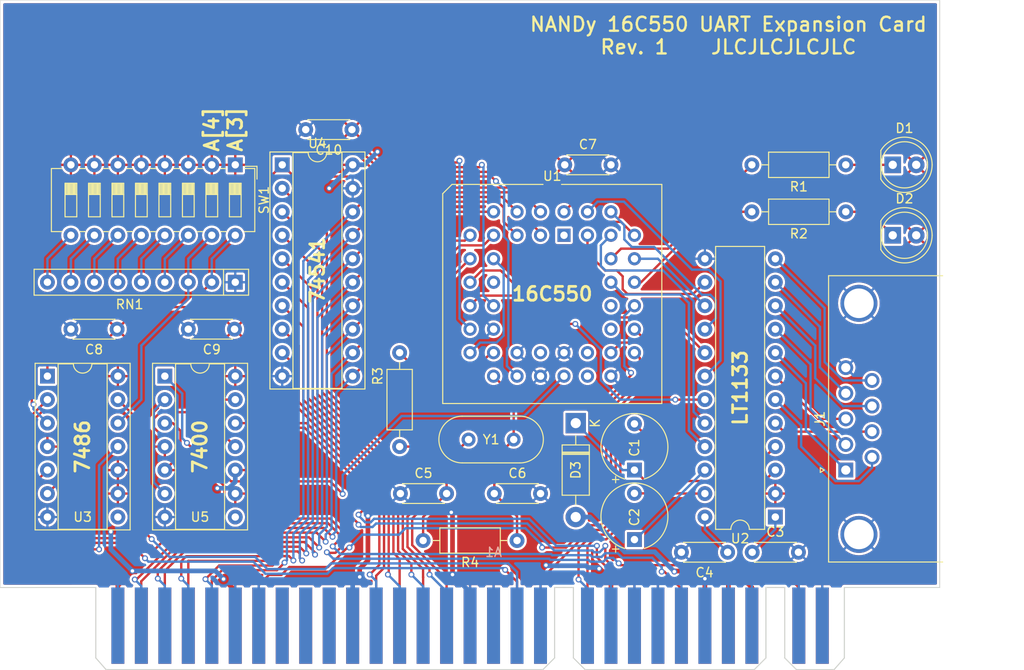
<source format=kicad_pcb>
(kicad_pcb (version 20240108) (generator "pcbnew") (generator_version "8.0")
  (layers (0 "F.Cu" signal) (31 "B.Cu" signal) (34 "B.Paste" user) (35 "F.Paste" user) (36 "B.SilkS" user "B.Silkscreen") (37 "F.SilkS" user "F.Silkscreen") (38 "B.Mask" user) (39 "F.Mask" user) (44 "Edge.Cuts" user))
  (net 0 "")
  (net 1 "GND")
  (net 2 "/RTS_L")
  (net 3 "/TXD_L")
  (net 4 "/RXD_L")
  (net 5 "/DSR_L")
  (net 13 "/DTR_L")
  (net 14 "/CTS_L")
  (net 15 "/RI_L")
  (net 16 "Net-(U2-C1-)")
  (net 17 "Net-(U2-C2+)")
  (net 18 "/DCD_L")
  (net 19 "Net-(U2-C2-)")
  (net 20 "Net-(U2-V+)")
  (net 21 "Net-(U2-V-)")
  (net 22 "Net-(C5-Pad2)")
  (net 23 "Net-(U1-XIN)")
  (net 24 "+5V")
  (net 25 "Net-(D1-K)")
  (net 26 "Net-(D2-K)")
  (net 27 "/LED1")
  (net 28 "/LED2")
  (net 29 "Net-(U1-XOUT)")
  (net 30 "/TXD")
  (net 31 "/RXD")
  (net 32 "/CTS")
  (net 33 "/RST")
  (net 34 "/DSR")
  (net 35 "/OUT0")
  (net 36 "/OUT7")
  (net 37 "/ADDR1")
  (net 38 "/CS0")
  (net 39 "/ADDR0")
  (net 40 "/OUT2")
  (net 41 "/CS1")
  (net 42 "/RI")
  (net 43 "/DCD")
  (net 44 "/OUT3")
  (net 45 "/RTS")
  (net 46 "/ADDR2")
  (net 47 "/OUT4")
  (net 48 "/INT")
  (net 49 "/OUT5")
  (net 50 "/OUT1")
  (net 51 "Net-(U1-RCLK)")
  (net 52 "/DTR")
  (net 53 "/OUT6")
  (net 54 "/ASEL1")
  (net 55 "Net-(RN1-R4)")
  (net 56 "/ASEL0")
  (net 57 "Net-(RN1-R7)")
  (net 58 "Net-(RN1-R6)")
  (net 59 "Net-(RN1-R8)")
  (net 60 "Net-(RN1-R5)")
  (net 61 "Net-(RN1-R3)")
  (net 63 "/ADDR3")
  (net 64 "/ADDR4")
  (net 65 "/IN3")
  (net 66 "/IN5")
  (net 67 "/IN1")
  (net 68 "/IN4")
  (net 69 "/IN0")
  (net 70 "/IN7")
  (net 71 "/IN6")
  (net 72 "/IN2")
  (net 79 "/nUARTW")
  (net 80 "/WR")
  (net 81 "/nRST")
  (net 82 "/RD")
  (net 83 "/CLK")
  (net 84 "/nUARTR")
  (net 86 "/nCLK")
  (net 87 "+12V")
  (net 88 "Net-(D3-K)")
  (footprint "Capacitor_THT:C_Disc_D4.3mm_W1.9mm_P5.00mm" (layer "F.Cu") (at 154.86 123.19 180)
    (property "Reference" "C4")
    (property "Value" "0.1uF")
  )
  (footprint "Diode_THT:D_DO-41_SOD81_P10.16mm_Horizontal" (layer "F.Cu") (at 138.43 109.22 -90)
    (property "Reference" "D3")
    (property "Value" "1N4001")
  )
  (footprint "Resistor_THT:R_Axial_DIN0207_L6.3mm_D2.5mm_P10.16mm_Horizontal" (layer "F.Cu") (at 132.08 121.92 180)
    (property "Reference" "R4")
    (property "Value" "1M")
  )
  (footprint "Capacitor_THT:C_Disc_D4.3mm_W1.9mm_P5.00mm" (layer "F.Cu") (at 119.46 116.84)
    (property "Reference" "C5")
    (property "Value" "18pF")
  )
  (footprint "Capacitor_THT:CP_Radial_Tantal_D7.0mm_P5.00mm" (layer "F.Cu") (at 144.78 121.8184 90)
    (property "Reference" "C2")
    (property "Value" "1uF")
  )
  (footprint "Crystal:Crystal_HC49-U_Vertical" (layer "F.Cu") (at 126.836 110.998)
    (property "Reference" "Y1")
    (property "Value" "1.8432 MHz")
  )
  (footprint "Resistor_THT:R_Axial_DIN0207_L6.3mm_D2.5mm_P10.16mm_Horizontal" (layer "F.Cu") (at 167.64 86.36 180)
    (property "Reference" "R2")
    (property "Value" "1k")
  )
  (footprint "Package_LCC:PLCC-44_THT-Socket" (layer "F.Cu") (at 137.16 88.9)
    (property "Reference" "U1")
    (property "Value" "TL16C550CFNR")
  )
  (footprint "Package_DIP:DIP-24_W7.62mm" (layer "F.Cu") (at 160.02 119.38 180)
    (property "Reference" "U2")
    (property "Value" "LT1133ACN-PBF")
  )
  (footprint "Package_DIP:DIP-14_W7.62mm_Socket" (layer "F.Cu") (at 93.98 104.14)
    (property "Reference" "U5")
    (property "Value" "74HC00")
  )
  (footprint "Capacitor_THT:C_Disc_D4.3mm_W1.9mm_P5.00mm" (layer "F.Cu") (at 114.22 77.47 180)
    (property "Reference" "C10")
    (property "Value" "0.1uF")
  )
  (footprint "Package_DIP:DIP-14_W7.62mm_Socket" (layer "F.Cu") (at 81.28 104.14)
    (property "Reference" "U3")
    (property "Value" "74HC86")
  )
  (footprint "Resistor_THT:R_Axial_DIN0207_L6.3mm_D2.5mm_P10.16mm_Horizontal" (layer "F.Cu") (at 119.38 111.76 90)
    (property "Reference" "R3")
    (property "Value" "1.5k")
  )
  (footprint "Package_DIP:DIP-20_W7.62mm_Socket" (layer "F.Cu") (at 106.68 81.28)
    (property "Reference" "U4")
    (property "Value" "74AHC541")
  )
  (footprint "LED_THT:LED_D5.0mm" (layer "F.Cu") (at 172.72 81.28)
    (property "Reference" "D1")
    (property "Value" "GREEN")
  )
  (footprint "Resistor_THT:R_Axial_DIN0207_L6.3mm_D2.5mm_P10.16mm_Horizontal" (layer "F.Cu") (at 167.64 81.28 180)
    (property "Reference" "R1")
    (property "Value" "1k")
  )
  (footprint "Capacitor_THT:C_Disc_D4.3mm_W1.9mm_P5.00mm" (layer "F.Cu") (at 101.52 99.06 180)
    (property "Reference" "C9")
    (property "Value" "0.1uF")
  )
  (footprint "Capacitor_THT:C_Disc_D4.3mm_W1.9mm_P5.00mm" (layer "F.Cu") (at 137.24 81.28)
    (property "Reference" "C7")
    (property "Value" "0.1uF")
  )
  (footprint "Capacitor_THT:CP_Radial_Tantal_D7.0mm_P5.00mm" (layer "F.Cu") (at 144.78 114.3 90)
    (property "Reference" "C1")
    (property "Value" "1uF")
  )
  (footprint "Capacitor_THT:C_Disc_D4.3mm_W1.9mm_P5.00mm" (layer "F.Cu") (at 129.62 116.84)
    (property "Reference" "C6")
    (property "Value" "18pF")
  )
  (footprint "Connector_Dsub:DSUB-9_Male_Horizontal_P2.77x2.84mm_EdgePinOffset7.70mm_Housed_MountingHolesOffset9.12mm" (layer "F.Cu") (at 167.64 114.3 90)
    (property "Reference" "J1")
    (property "Value" "DE9_Plug_MountingHoles")
  )
  (footprint "Capacitor_THT:C_Disc_D4.3mm_W1.9mm_P5.00mm" (layer "F.Cu") (at 88.82 99.06 180)
    (property "Reference" "C8")
    (property "Value" "0.1uF")
  )
  (footprint "Button_Switch_THT:SW_DIP_SPSTx08_Slide_6.7x21.88mm_W7.62mm_P2.54mm_LowProfile" (layer "F.Cu") (at 101.6 81.28 -90)
    (property "Reference" "SW1")
    (property "Value" "SW_DIP_x08")
  )
  (footprint "LED_THT:LED_D5.0mm" (layer "F.Cu") (at 172.72 88.9)
    (property "Reference" "D2")
    (property "Value" "RED")
  )
  (footprint "Resistor_THT:R_Array_SIP9" (layer "F.Cu") (at 101.6 93.98 180)
    (property "Reference" "RN1")
    (property "Value" "10k")
  )
  (footprint "Capacitor_THT:C_Disc_D4.3mm_W1.9mm_P5.00mm" (layer "F.Cu") (at 157.52 123.19)
    (property "Reference" "C3")
    (property "Value" "0.1uF")
  )
  (footprint "Connector_Nandy:EDAC_395-062-IOCard-CardEdge" (layer "B.Cu") (at 127 127 180)
    (property "Reference" "A1")
    (property "Value" "IO_Card_CardEdge")
    (fp_line (start 40.4876 -7.62) (end 40.4876 0) (stroke (width 0.12)) (layer "Edge.Cuts"))
    (fp_line (start 40.4876 -7.62) (end 39.37 -8.89) (stroke (width 0.12)) (layer "Edge.Cuts"))
    (fp_line (start 39.37 -8.89) (end -7.874 -8.89) (stroke (width 0.12)) (layer "Edge.Cuts"))
    (fp_line (start -7.874 -8.89) (end -9.144 -7.62) (stroke (width 0.12)) (layer "Edge.Cuts"))
    (fp_line (start -9.144 0) (end -10.16 0) (stroke (width 0.12)) (layer "Edge.Cuts"))
    (fp_line (start -9.144 -7.62) (end -9.144 0) (stroke (width 0.12)) (layer "Edge.Cuts"))
    (fp_line (start -11.176 0) (end -10.16 0) (stroke (width 0.12)) (layer "Edge.Cuts"))
    (fp_line (start -11.176 -7.62) (end -11.176 0) (stroke (width 0.12)) (layer "Edge.Cuts"))
    (fp_line (start -12.446 -8.89) (end -11.176 -7.62) (stroke (width 0.12)) (layer "Edge.Cuts"))
    (fp_line (start -12.446 -8.89) (end -30.734 -8.89) (stroke (width 0.12)) (layer "Edge.Cuts"))
    (fp_line (start -30.734 -8.89) (end -32.004 -7.62) (stroke (width 0.12)) (layer "Edge.Cuts"))
    (fp_line (start -32.004 0) (end -33.02 0) (stroke (width 0.12)) (layer "Edge.Cuts"))
    (fp_line (start -32.004 -7.62) (end -32.004 0) (stroke (width 0.12)) (layer "Edge.Cuts"))
    (fp_line (start -34.036 0) (end -33.02 0) (stroke (width 0.12)) (layer "Edge.Cuts"))
    (fp_line (start -34.036 -7.62) (end -34.036 0) (stroke (width 0.12)) (layer "Edge.Cuts"))
    (fp_line (start -35.306 -8.89) (end -34.036 -7.62) (stroke (width 0.12)) (layer "Edge.Cuts"))
    (fp_line (start -35.306 -8.89) (end -39.37 -8.89) (stroke (width 0.12)) (layer "Edge.Cuts"))
    (fp_line (start -39.37 -8.89) (end -40.4876 -7.62) (stroke (width 0.12)) (layer "Edge.Cuts"))
    (fp_line (start -40.4876 -7.62) (end -40.4876 0) (stroke (width 0.12)) (layer "Edge.Cuts"))
  )
  (gr_line (start 177.8 127) (end 167.4876 127) (stroke (width 0.1)) (layer "Edge.Cuts"))
  (gr_line (start 177.8 63.5) (end 177.8 127) (stroke (width 0.1)) (layer "Edge.Cuts"))
  (gr_line (start 76.2 63.5) (end 76.2 127.005) (stroke (width 0.05)) (layer "Edge.Cuts"))
  (gr_line (start 86.5124 127) (end 76.2 127.005) (stroke (width 0.1)) (layer "Edge.Cuts"))
  (gr_line (start 177.8 63.5) (end 76.2 63.5) (stroke (width 0.05)) (layer "Edge.Cuts"))
  (gr_text "A[4]" (at 99.06 80.01 90) (layer "F.SilkS") (effects (font (size 1.5 1.5) (thickness 0.3) (bold yes)) (justify left)))
  (gr_text "7486" (at 85.08 111.765 90) (layer "F.SilkS") (effects (font (size 1.5 1.5) (thickness 0.3) (bold yes))))
  (gr_text "A[3]" (at 101.6 80.01 90) (layer "F.SilkS") (effects (font (size 1.5 1.5) (thickness 0.3) (bold yes)) (justify left)))
  (gr_text "7400" (at 97.78 111.765 90) (layer "F.SilkS") (effects (font (size 1.5 1.5) (thickness 0.3) (bold yes))))
  (gr_text "16C550" (at 135.89 95.25 0) (layer "F.SilkS") (effects (font (size 1.5 1.5) (thickness 0.3) (bold yes))))
  (gr_text "NANDy 16C550 UART Expansion Card\nRev. 1    JLCJLCJLCJLC" (at 154.94 67.31 0) (layer "F.SilkS") (effects (font (size 1.524 1.524) (thickness 0.254))))
  (gr_text "74541" (at 110.48 92.705 90) (layer "F.SilkS") (effects (font (size 1.5 1.5) (thickness 0.3) (bold yes))))
  (gr_text "LT1133\n" (at 156.22 105.405 90) (layer "F.SilkS") (effects (font (size 1.5 1.5) (thickness 0.3) (bold yes))))
  (segment (start 115.951 124.079) (end 115.951 119.253) (width 0.508) (layer "F.Cu") (net 1))
  (segment (start 152.4 131.1275) (end 152.4 126.0475) (width 0.508) (layer "F.Cu") (net 1))
  (segment (start 124.968 118.872) (end 125.09897 119.00297) (width 0.508) (layer "F.Cu") (net 1))
  (segment (start 115.062 124.968) (end 115.951 124.079) (width 0.508) (layer "F.Cu") (net 1))
  (segment (start 115.062 125.857) (end 115.062 124.968) (width 0.508) (layer "F.Cu") (net 1))
  (segment (start 125.09897 119.00297) (end 125.09897 125.603) (width 0.508) (layer "F.Cu") (net 1))
  (via (at 125.09897 125.603) (size 0.635) (drill 0.381) (layers "F.Cu" "B.Cu") (net 1))
  (via (at 152.4 126.0475) (size 0.635) (drill 0.381) (layers "F.Cu" "B.Cu") (net 1))
  (via (at 115.951 119.253) (size 0.635) (drill 0.381) (layers "F.Cu" "B.Cu") (net 1))
  (via (at 124.968 118.872) (size 0.635) (drill 0.381) (layers "F.Cu" "B.Cu") (net 1))
  (via (at 115.062 125.857) (size 0.635) (drill 0.381) (layers "F.Cu" "B.Cu") (net 1))
  (segment (start 127 127.50403) (end 127 131.1275) (width 0.508) (layer "B.Cu") (net 1))
  (segment (start 125.09897 125.603) (end 127 127.50403) (width 0.508) (layer "B.Cu") (net 1))
  (segment (start 115.062 125.857) (end 114.3 126.619) (width 0.508) (layer "B.Cu") (net 1))
  (segment (start 114.3 126.619) (end 114.3 131.1275) (width 0.508) (layer "B.Cu") (net 1))
  (segment (start 160.945 110.145) (end 160.02 109.22) (width 0.254) (layer "F.Cu") (net 2))
  (segment (start 170.48 110.145) (end 160.945 110.145) (width 0.254) (layer "F.Cu") (net 2))
  (segment (start 164.64 108.76) (end 160.02 104.14) (width 0.254) (layer "F.Cu") (net 3))
  (segment (start 167.64 108.76) (end 164.64 108.76) (width 0.254) (layer "F.Cu") (net 3))
  (segment (start 160.02 99.06) (end 163.83 102.87) (width 0.254) (layer "B.Cu") (net 4))
  (segment (start 163.83 107.72) (end 167.64 111.53) (width 0.254) (layer "B.Cu") (net 4))
  (segment (start 163.83 102.87) (end 163.83 107.72) (width 0.254) (layer "B.Cu") (net 4))
  (segment (start 170.48 112.915) (end 170.48 114.04637) (width 0.254) (layer "B.Cu") (net 5))
  (segment (start 169.04537 115.481) (end 166.535 115.481) (width 0.254) (layer "B.Cu") (net 5))
  (segment (start 162.814 109.474) (end 160.02 106.68) (width 0.254) (layer "B.Cu") (net 5))
  (segment (start 162.814 111.76) (end 162.814 109.474) (width 0.254) (layer "B.Cu") (net 5))
  (segment (start 166.535 115.481) (end 162.814 111.76) (width 0.254) (layer "B.Cu") (net 5))
  (segment (start 170.48 114.04637) (end 169.04537 115.481) (width 0.254) (layer "B.Cu") (net 5))
  (segment (start 164.846 103.196) (end 164.846 98.806) (width 0.254) (layer "B.Cu") (net 13))
  (segment (start 167.64 105.99) (end 164.846 103.196) (width 0.254) (layer "B.Cu") (net 13))
  (segment (start 164.846 98.806) (end 160.02 93.98) (width 0.254) (layer "B.Cu") (net 13))
  (segment (start 164.338 104.358187) (end 164.338 100.838) (width 0.254) (layer "B.Cu") (net 14))
  (segment (start 164.338 100.838) (end 160.02 96.52) (width 0.254) (layer "B.Cu") (net 14))
  (segment (start 167.354813 107.375) (end 164.338 104.358187) (width 0.254) (layer "B.Cu") (net 14))
  (segment (start 170.48 107.375) (end 167.354813 107.375) (width 0.254) (layer "B.Cu") (net 14))
  (segment (start 170.48 104.605) (end 167.354813 104.605) (width 0.254) (layer "B.Cu") (net 15))
  (segment (start 167.354813 104.605) (end 165.354 102.604187) (width 0.254) (layer "B.Cu") (net 15))
  (segment (start 165.354 102.604187) (end 165.354 96.774) (width 0.254) (layer "B.Cu") (net 15))
  (segment (start 165.354 96.774) (end 160.02 91.44) (width 0.254) (layer "B.Cu") (net 15))
  (segment (start 160.02 111.76) (end 158.75 113.03) (width 0.254) (layer "F.Cu") (net 16))
  (segment (start 148.51 113.03) (end 144.78 109.3) (width 0.254) (layer "F.Cu") (net 16))
  (segment (start 158.75 113.03) (end 148.51 113.03) (width 0.254) (layer "F.Cu") (net 16))
  (segment (start 152.4 114.3) (end 144.8816 121.8184) (width 0.254) (layer "B.Cu") (net 17))
  (segment (start 144.8816 121.8184) (end 144.78 121.8184) (width 0.254) (layer "B.Cu") (net 17))
  (segment (start 163.322 104.902) (end 163.322 109.982) (width 0.254) (layer "B.Cu") (net 18))
  (segment (start 160.02 101.6) (end 163.322 104.902) (width 0.254) (layer "B.Cu") (net 18))
  (segment (start 163.322 109.982) (end 167.64 114.3) (width 0.254) (layer "B.Cu") (net 18))
  (segment (start 149.7584 116.8184) (end 144.78 116.8184) (width 0.254) (layer "F.Cu") (net 19))
  (segment (start 149.78 116.84) (end 149.7584 116.8184) (width 0.254) (layer "F.Cu") (net 19))
  (segment (start 152.4 116.84) (end 149.78 116.84) (width 0.254) (layer "F.Cu") (net 19))
  (segment (start 160.02 120.69) (end 157.52 123.19) (width 0.254) (layer "B.Cu") (net 20))
  (segment (start 160.02 119.38) (end 160.02 120.69) (width 0.254) (layer "B.Cu") (net 20))
  (segment (start 152.4 120.73) (end 154.86 123.19) (width 0.254) (layer "B.Cu") (net 21))
  (segment (start 152.4 119.38) (end 152.4 120.73) (width 0.254) (layer "B.Cu") (net 21))
  (segment (start 126.836 110.998) (end 124.46 113.374) (width 0.254) (layer "F.Cu") (net 22))
  (segment (start 124.46 113.374) (end 124.46 113.411) (width 0.254) (layer "F.Cu") (net 22))
  (segment (start 121.92 119.38) (end 124.46 116.84) (width 0.254) (layer "F.Cu") (net 22))
  (segment (start 124.46 113.411) (end 124.46 116.84) (width 0.254) (layer "F.Cu") (net 22))
  (segment (start 121.92 121.92) (end 121.92 119.38) (width 0.254) (layer "F.Cu") (net 22))
  (segment (start 119.38 111.76) (end 122.809 111.76) (width 0.254) (layer "F.Cu") (net 22))
  (segment (start 122.809 111.76) (end 124.46 113.411) (width 0.254) (layer "F.Cu") (net 22))
  (segment (start 132.08 119.3) (end 129.62 116.84) (width 0.254) (layer "F.Cu") (net 23))
  (segment (start 129.62 116.84) (end 129.62 113.094) (width 0.254) (layer "F.Cu") (net 23))
  (segment (start 131.716 106.316) (end 129.54 104.14) (width 0.254) (layer "F.Cu") (net 23))
  (segment (start 129.62 113.094) (end 131.716 110.998) (width 0.254) (layer "F.Cu") (net 23))
  (segment (start 131.716 110.998) (end 131.716 106.316) (width 0.254) (layer "F.Cu") (net 23))
  (segment (start 132.08 121.92) (end 132.08 119.3) (width 0.254) (layer "F.Cu") (net 23))
  (segment (start 101.6 131.1275) (end 101.6 127.3556) (width 0.508) (layer "F.Cu") (net 24))
  (segment (start 142.24 126.245935) (end 140.959682 124.965617) (width 0.508) (layer "F.Cu") (net 24))
  (segment (start 101.6 127.3556) (end 100.33 126.0856) (width 0.508) (layer "F.Cu") (net 24))
  (segment (start 88.9 126.7841) (end 88.9 131.1275) (width 0.508) (layer "F.Cu") (net 24))
  (segment (start 90.4748 125.2093) (end 88.9 126.7841) (width 0.508) (layer "F.Cu") (net 24))
  (segment (start 142.24 131.1275) (end 142.24 126.245935) (width 0.508) (layer "F.Cu") (net 24))
  (via (at 116.982428 79.867572) (size 0.635) (drill 0.381) (layers "F.Cu" "B.Cu") (net 24))
  (via (at 111.76 83.82) (size 0.635) (drill 0.381) (layers "F.Cu" "B.Cu") (net 24))
  (via (at 99.658335 116.267165) (size 0.635) (drill 0.381) (layers "F.Cu" "B.Cu") (net 24))
  (via (at 90.4748 125.2093) (size 0.635) (drill 0.381) (layers "F.Cu" "B.Cu") (net 24))
  (via (at 135.208002 124.587001) (size 0.635) (drill 0.381) (layers "F.Cu" "B.Cu") (net 24))
  (via (at 100.33 126.0856) (size 0.635) (drill 0.381) (layers "F.Cu" "B.Cu") (net 24))
  (via (at 88.138 120.967501) (size 0.635) (drill 0.381) (layers "F.Cu" "B.Cu") (net 24))
  (via (at 140.959682 124.965617) (size 0.635) (drill 0.381) (layers "F.Cu" "B.Cu") (net 24))
  (segment (start 115.57 81.28) (end 116.982428 79.867572) (width 0.508) (layer "B.Cu") (net 24))
  (segment (start 138.9888 124.6505) (end 136.5504 124.6505) (width 0.508) (layer "B.Cu") (net 24))
  (segment (start 101.027165 116.267165) (end 101.6 116.84) (width 0.508) (layer "B.Cu") (net 24))
  (segment (start 90.4748 125.2093) (end 88.138 122.8725) (width 0.508) (layer "B.Cu") (net 24))
  (segment (start 140.835064 124.840999) (end 139.742804 124.840999) (width 0.508) (layer "B.Cu") (net 24))
  (segment (start 139.742804 124.840999) (end 139.552305 124.6505) (width 0.508) (layer "B.Cu") (net 24))
  (segment (start 140.959682 124.965617) (end 140.835064 124.840999) (width 0.508) (layer "B.Cu") (net 24))
  (segment (start 139.552305 124.6505) (end 138.9888 124.6505) (width 0.508) (layer "B.Cu") (net 24))
  (segment (start 135.271501 124.6505) (end 135.208002 124.587001) (width 0.508) (layer "B.Cu") (net 24))
  (segment (start 114.3 81.28) (end 115.57 81.28) (width 0.508) (layer "B.Cu") (net 24))
  (segment (start 88.138 122.8725) (end 88.138 120.967501) (width 0.508) (layer "B.Cu") (net 24))
  (segment (start 90.4748 125.2093) (end 99.4537 125.2093) (width 0.508) (layer "B.Cu") (net 24))
  (segment (start 99.658335 116.267165) (end 101.027165 116.267165) (width 0.508) (layer "B.Cu") (net 24))
  (segment (start 99.4537 125.2093) (end 100.33 126.0856) (width 0.508) (layer "B.Cu") (net 24))
  (segment (start 136.5504 124.6505) (end 135.271501 124.6505) (width 0.508) (layer "B.Cu") (net 24))
  (segment (start 101.027165 116.142835) (end 101.6 115.57) (width 0.508) (layer "B.Cu") (net 24))
  (segment (start 101.6 115.57) (end 101.6 114.3) (width 0.508) (layer "B.Cu") (net 24))
  (segment (start 101.027165 116.267165) (end 101.027165 116.142835) (width 0.508) (layer "B.Cu") (net 24))
  (segment (start 114.3 81.28) (end 111.76 83.82) (width 0.508) (layer "B.Cu") (net 24))
  (segment (start 172.72 81.28) (end 167.64 81.28) (width 0.254) (layer "F.Cu") (net 25))
  (segment (start 167.64 86.36) (end 170.18 86.36) (width 0.254) (layer "F.Cu") (net 26))
  (segment (start 170.18 86.36) (end 172.72 88.9) (width 0.254) (layer "F.Cu") (net 26))
  (segment (start 142.24 91.44) (end 143.3322 90.3478) (width 0.254) (layer "F.Cu") (net 27))
  (segment (start 148.4122 90.3478) (end 157.48 81.28) (width 0.254) (layer "F.Cu") (net 27))
  (segment (start 143.3322 90.3478) (end 148.4122 90.3478) (width 0.254) (layer "F.Cu") (net 27))
  (segment (start 153.11842 86.36) (end 145.49842 93.98) (width 0.254) (layer "F.Cu") (net 28))
  (segment (start 157.48 86.36) (end 153.11842 86.36) (width 0.254) (layer "F.Cu") (net 28))
  (segment (start 145.49842 93.98) (end 144.78 93.98) (width 0.254) (layer "F.Cu") (net 28))
  (segment (start 120.4722 102.6922) (end 119.38 101.6) (width 0.254) (layer "F.Cu") (net 29))
  (segment (start 129.286 101.6) (end 128.1938 102.6922) (width 0.254) (layer "F.Cu") (net 29))
  (segment (start 128.1938 102.6922) (end 120.4722 102.6922) (width 0.254) (layer "F.Cu") (net 29))
  (segment (start 129.54 101.6) (end 129.286 101.6) (width 0.254) (layer "F.Cu") (net 29))
  (segment (start 135.36208 98.4885) (end 138.3792 98.4885) (width 0.254) (layer "F.Cu") (net 30))
  (segment (start 149.1996 106.68) (end 152.4 106.68) (width 0.254) (layer "F.Cu") (net 30))
  (segment (start 128.0922 95.4278) (end 132.30138 95.4278) (width 0.254) (layer "F.Cu") (net 30))
  (segment (start 132.30138 95.4278) (end 135.36208 98.4885) (width 0.254) (layer "F.Cu") (net 30))
  (segment (start 127 96.52) (end 128.0922 95.4278) (width 0.254) (layer "F.Cu") (net 30))
  (via (at 149.1996 106.68) (size 0.635) (drill 0.381) (layers "F.Cu" "B.Cu") (net 30))
  (via (at 138.3792 98.4885) (size 0.635) (drill 0.381) (layers "F.Cu" "B.Cu") (net 30))
  (segment (start 138.3792 98.4885) (end 141.1478 101.2571) (width 0.254) (layer "B.Cu") (net 30))
  (segment (start 141.1478 101.2571) (end 141.1478 104.592405) (width 0.254) (layer "B.Cu") (net 30))
  (segment (start 143.235395 106.68) (end 149.1996 106.68) (width 0.254) (layer "B.Cu") (net 30))
  (segment (start 141.1478 104.592405) (end 143.235395 106.68) (width 0.254) (layer "B.Cu") (net 30))
  (segment (start 148.59 97.79) (end 152.4 101.6) (width 0.254) (layer "F.Cu") (net 31))
  (segment (start 135.382 97.79) (end 148.59 97.79) (width 0.254) (layer "F.Cu") (net 31))
  (segment (start 130.302 92.71) (end 135.382 97.79) (width 0.254) (layer "F.Cu") (net 31))
  (segment (start 127 93.98) (end 128.27 92.71) (width 0.254) (layer "F.Cu") (net 31))
  (segment (start 128.27 92.71) (end 130.302 92.71) (width 0.254) (layer "F.Cu") (net 31))
  (segment (start 144.505395 90.17) (end 146.919813 90.17) (width 0.254) (layer "B.Cu") (net 32))
  (segment (start 143.6878 87.8078) (end 143.6878 89.352405) (width 0.254) (layer "B.Cu") (net 32))
  (segment (start 143.6878 89.352405) (end 144.505395 90.17) (width 0.254) (layer "B.Cu") (net 32))
  (segment (start 146.919813 90.17) (end 152.088813 95.339) (width 0.254) (layer "B.Cu") (net 32))
  (segment (start 152.088813 95.339) (end 152.997 95.339) (width 0.254) (layer "B.Cu") (net 32))
  (segment (start 152.997 95.339) (end 153.581 95.923) (width 0.254) (layer "B.Cu") (net 32))
  (segment (start 142.24 86.36) (end 143.6878 87.8078) (width 0.254) (layer "B.Cu") (net 32))
  (segment (start 153.581 97.879) (end 152.4 99.06) (width 0.254) (layer "B.Cu") (net 32))
  (segment (start 153.581 95.923) (end 153.581 97.879) (width 0.254) (layer "B.Cu") (net 32))
  (segment (start 105.499 80.099) (end 114.789187 80.099) (width 0.254) (layer "F.Cu") (net 33))
  (segment (start 80.099 88.1506) (end 80.5306 87.719) (width 0.254) (layer "F.Cu") (net 33))
  (segment (start 82.461 107.169187) (end 82.461 106.190813) (width 0.254) (layer "F.Cu") (net 33))
  (segment (start 80.099 108.57942) (end 80.72842 107.95) (width 0.254) (layer "F.Cu") (net 33))
  (segment (start 114.789187 80.099) (end 116.732187 82.042) (width 0.254) (layer "F.Cu") (net 33))
  (segment (start 143.3322 87.4522) (end 144.78 88.9) (width 0.254) (layer "F.Cu") (net 33))
  (segment (start 80.3148 105.41) (end 80.099 105.1942) (width 0.254) (layer "F.Cu") (net 33))
  (segment (start 82.461 106.190813) (end 81.680187 105.41) (width 0.254) (layer "F.Cu") (net 33))
  (segment (start 80.099 105.1942) (end 80.099 88.1506) (width 0.254) (layer "F.Cu") (net 33))
  (segment (start 82.461 115.659) (end 82.461 113.632813) (width 0.254) (layer "F.Cu") (net 33))
  (segment (start 136.0678 86.812405) (end 136.707595 87.4522) (width 0.254) (layer "F.Cu") (net 33))
  (segment (start 116.732187 82.042) (end 132.2832 82.042) (width 0.254) (layer "F.Cu") (net 33))
  (segment (start 132.2832 82.042) (end 136.0678 85.8266) (width 0.254) (layer "F.Cu") (net 33))
  (segment (start 136.707595 87.4522) (end 143.3322 87.4522) (width 0.254) (layer "F.Cu") (net 33))
  (segment (start 81.769187 112.941) (end 80.790813 112.941) (width 0.254) (layer "F.Cu") (net 33))
  (segment (start 80.790813 112.941) (end 80.099 112.249187) (width 0.254) (layer "F.Cu") (net 33))
  (segment (start 82.461 113.632813) (end 81.769187 112.941) (width 0.254) (layer "F.Cu") (net 33))
  (segment (start 81.680187 107.95) (end 82.461 107.169187) (width 0.254) (layer "F.Cu") (net 33))
  (segment (start 81.680187 105.41) (end 80.3148 105.41) (width 0.254) (layer "F.Cu") (net 33))
  (segment (start 80.5306 87.719) (end 102.089187 87.719) (width 0.254) (layer "F.Cu") (net 33))
  (segment (start 104.991 80.607) (end 105.499 80.099) (width 0.254) (layer "F.Cu") (net 33))
  (segment (start 102.089187 87.719) (end 104.991 84.817187) (width 0.254) (layer "F.Cu") (net 33))
  (segment (start 80.099 112.249187) (end 80.099 108.57942) (width 0.254) (layer "F.Cu") (net 33))
  (segment (start 104.991 84.817187) (end 104.991 80.607) (width 0.254) (layer "F.Cu") (net 33))
  (segment (start 81.28 116.84) (end 82.461 115.659) (width 0.254) (layer "F.Cu") (net 33))
  (segment (start 80.72842 107.95) (end 81.680187 107.95) (width 0.254) (layer "F.Cu") (net 33))
  (segment (start 136.0678 85.8266) (end 136.0678 86.812405) (width 0.254) (layer "F.Cu") (net 33))
  (segment (start 141.6431 92.71) (end 147.87158 92.71) (width 0.254) (layer "B.Cu") (net 34))
  (segment (start 141.1478 89.9922) (end 141.1478 92.2147) (width 0.254) (layer "B.Cu") (net 34))
  (segment (start 151.1808 108.0008) (end 152.4 109.22) (width 0.254) (layer "B.Cu") (net 34))
  (segment (start 151.1808 96.01922) (end 151.1808 108.0008) (width 0.254) (layer "B.Cu") (net 34))
  (segment (start 142.24 88.9) (end 141.1478 89.9922) (width 0.254) (layer "B.Cu") (net 34))
  (segment (start 147.87158 92.71) (end 151.1808 96.01922) (width 0.254) (layer "B.Cu") (net 34))
  (segment (start 141.1478 92.2147) (end 141.6431 92.71) (width 0.254) (layer "B.Cu") (net 34))
  (segment (start 119.977 114.135) (end 111.506 105.664) (width 0.254) (layer "F.Cu") (net 35))
  (segment (start 120.69542 114.135) (end 119.977 114.135) (width 0.254) (layer "F.Cu") (net 35))
  (segment (start 124.46 131.1275) (end 124.46 125.951859) (width 0.254) (layer "F.Cu") (net 35))
  (segment (start 111.506 88.646) (end 106.68 83.82) (width 0.254) (layer "F.Cu") (net 35))
  (segment (start 120.739 119.54126) (end 122.174 118.10626) (width 0.254) (layer "F.Cu") (net 35))
  (segment (start 120.739 122.409187) (end 120.739 119.54126) (width 0.254) (layer "F.Cu") (net 35))
  (segment (start 111.506 105.664) (end 111.506 88.646) (width 0.254) (layer "F.Cu") (net 35))
  (segment (start 122.174 118.10626) (end 122.174 115.61358) (width 0.254) (layer "F.Cu") (net 35))
  (segment (start 122.174 115.61358) (end 120.69542 114.135) (width 0.254) (layer "F.Cu") (net 35))
  (segment (start 124.46 125.951859) (end 124.281672 125.951859) (width 0.254) (layer "F.Cu") (net 35))
  (segment (start 124.281672 125.951859) (end 120.739 122.409187) (width 0.254) (layer "F.Cu") (net 35))
  (segment (start 107.95 102.87) (end 106.68 101.6) (width 0.254) (layer "F.Cu") (net 36))
  (segment (start 116.755 115.94194) (end 107.95 107.13694) (width 0.254) (layer "F.Cu") (net 36))
  (segment (start 107.95 107.13694) (end 107.95 102.87) (width 0.254) (layer "F.Cu") (net 36))
  (segment (start 116.755 117.960447) (end 116.755 115.94194) (width 0.254) (layer "F.Cu") (net 36))
  (segment (start 116.1415 125.603) (end 117.183 124.5615) (width 0.254) (layer "F.Cu") (net 36))
  (segment (start 117.183 124.5615) (end 117.183 118.388447) (width 0.254) (layer "F.Cu") (net 36))
  (segment (start 117.183 118.388447) (end 116.755 117.960447) (width 0.254) (layer "F.Cu") (net 36))
  (via (at 116.1415 125.603) (size 0.635) (drill 0.381) (layers "F.Cu" "B.Cu") (net 36))
  (segment (start 116.1415 125.603) (end 116.84 126.3015) (width 0.254) (layer "B.Cu") (net 36))
  (segment (start 116.84 126.3015) (end 116.84 131.1275) (width 0.254) (layer "B.Cu") (net 36))
  (segment (start 142.748 120.05858) (end 142.748 107.14442) (width 0.254) (layer "F.Cu") (net 37))
  (segment (start 145.8722 104.02022) (end 145.8722 100.87062) (width 0.254) (layer "F.Cu") (net 37))
  (segment (start 145.8722 100.87062) (end 145.50938 100.5078) (width 0.254) (layer "F.Cu") (net 37))
  (segment (start 140.216251 121.285) (end 141.52158 121.285) (width 0.254) (layer "F.Cu") (net 37))
  (segment (start 138.7348 126.1364) (end 138.7348 122.766451) (width 0.254) (layer "F.Cu") (net 37))
  (segment (start 142.748 107.14442) (end 145.8722 104.02022) (width 0.254) (layer "F.Cu") (net 37))
  (segment (start 143.3322 100.5078) (end 142.24 101.6) (width 0.254) (layer "F.Cu") (net 37))
  (segment (start 138.7348 122.766451) (end 140.216251 121.285) (width 0.254) (layer "F.Cu") (net 37))
  (segment (start 141.52158 121.285) (end 142.748 120.05858) (width 0.254) (layer "F.Cu") (net 37))
  (segment (start 145.50938 100.5078) (end 143.3322 100.5078) (width 0.254) (layer "F.Cu") (net 37))
  (via (at 138.7348 126.1364) (size 0.635) (drill 0.381) (layers "F.Cu" "B.Cu") (net 37))
  (segment (start 138.7348 126.1364) (end 139.7 127.1016) (width 0.254) (layer "B.Cu") (net 37))
  (segment (start 139.7 127.1016) (end 139.7 131.1275) (width 0.254) (layer "B.Cu") (net 37))
  (segment (start 104.483 80.39658) (end 104.483 84.606767) (width 0.254) (layer "F.Cu") (net 38))
  (segment (start 128.016 81.534) (end 116.942607 81.534) (width 0.254) (layer "F.Cu") (net 38))
  (segment (start 104.483 84.606767) (end 101.878767 87.211) (width 0.254) (layer "F.Cu") (net 38))
  (segment (start 79.591 107.023) (end 79.770085 107.202085) (width 0.254) (layer "F.Cu") (net 38))
  (segment (start 116.942607 81.534) (end 114.999607 79.591) (width 0.254) (layer "F.Cu") (net 38))
  (segment (start 114.999607 79.591) (end 105.28858 79.591) (width 0.254) (layer "F.Cu") (net 38))
  (segment (start 105.28858 79.591) (end 104.483 80.39658) (width 0.254) (layer "F.Cu") (net 38))
  (segment (start 101.878767 87.211) (end 80.32018 87.211) (width 0.254) (layer "F.Cu") (net 38))
  (segment (start 79.591 87.94018) (end 79.591 107.023) (width 0.254) (layer "F.Cu") (net 38))
  (segment (start 128.27 81.28) (end 128.016 81.534) (width 0.254) (layer "F.Cu") (net 38))
  (segment (start 80.32018 87.211) (end 79.591 87.94018) (width 0.254) (layer "F.Cu") (net 38))
  (via (at 79.770085 107.202085) (size 0.635) (drill 0.381) (layers "F.Cu" "B.Cu") (net 38))
  (via (at 128.27 81.28) (size 0.635) (drill 0.381) (layers "F.Cu" "B.Cu") (net 38))
  (segment (start 128.27 81.28) (end 128.4478 81.4578) (width 0.254) (layer "B.Cu") (net 38))
  (segment (start 128.4478 81.4578) (end 128.4478 95.4278) (width 0.254) (layer "B.Cu") (net 38))
  (segment (start 79.770085 107.710085) (end 81.28 109.22) (width 0.254) (layer "B.Cu") (net 38))
  (segment (start 79.770085 107.202085) (end 79.770085 107.710085) (width 0.254) (layer "B.Cu") (net 38))
  (segment (start 128.4478 95.4278) (end 129.54 96.52) (width 0.254) (layer "B.Cu") (net 38))
  (segment (start 143.256 120.269) (end 143.256 107.35484) (width 0.254) (layer "F.Cu") (net 39))
  (segment (start 146.3802 100.6602) (end 144.78 99.06) (width 0.254) (layer "F.Cu") (net 39))
  (segment (start 146.3802 104.23064) (end 146.3802 100.6602) (width 0.254) (layer "F.Cu") (net 39))
  (segment (start 141.732 121.793) (end 143.256 120.269) (width 0.254) (layer "F.Cu") (net 39))
  (segment (start 139.7 122.519671) (end 140.426671 121.793) (width 0.254) (layer "F.Cu") (net 39))
  (segment (start 140.426671 121.793) (end 141.732 121.793) (width 0.254) (layer "F.Cu") (net 39))
  (segment (start 139.7 131.1275) (end 139.7 122.519671) (width 0.254) (layer "F.Cu") (net 39))
  (segment (start 143.256 107.35484) (end 146.3802 104.23064) (width 0.254) (layer "F.Cu") (net 39))
  (segment (start 120.231 115.151) (end 119.55616 115.151) (width 0.254) (layer "F.Cu") (net 40))
  (segment (start 121.92 131.1275) (end 121.92 125.897788) (width 0.254) (layer "F.Cu") (net 40))
  (segment (start 110.49 92.71) (end 106.68 88.9) (width 0.254) (layer "F.Cu") (net 40))
  (segment (start 121.914541 125.892329) (end 121.914541 125.021568) (width 0.254) (layer "F.Cu") (net 40))
  (segment (start 121.158 116.078) (end 120.231 115.151) (width 0.254) (layer "F.Cu") (net 40))
  (segment (start 110.49 106.08484) (end 110.49 92.71) (width 0.254) (layer "F.Cu") (net 40))
  (segment (start 121.914541 125.021568) (end 119.723 122.830027) (width 0.254) (layer "F.Cu") (net 40))
  (segment (start 121.158 117.68542) (end 121.158 116.078) (width 0.254) (layer "F.Cu") (net 40))
  (segment (start 121.92 125.897788) (end 121.914541 125.892329) (width 0.254) (layer "F.Cu") (net 40))
  (segment (start 119.723 119.12042) (end 121.158 117.68542) (width 0.254) (layer "F.Cu") (net 40))
  (segment (start 119.55616 115.151) (end 110.49 106.08484) (width 0.254) (layer "F.Cu") (net 40))
  (segment (start 119.723 122.830027) (end 119.723 119.12042) (width 0.254) (layer "F.Cu") (net 40))
  (segment (start 80.19328 122.8725) (end 86.868 122.8725) (width 0.254) (layer "F.Cu") (net 41))
  (segment (start 101.668347 86.703) (end 80.10976 86.703) (width 0.254) (layer "F.Cu") (net 41))
  (segment (start 103.975 80.18616) (end 103.975 84.396347) (width 0.254) (layer "F.Cu") (net 41))
  (segment (start 78.0796 120.75882) (end 80.19328 122.8725) (width 0.254) (layer "F.Cu") (net 41))
  (segment (start 115.210027 79.083) (end 105.07816 79.083) (width 0.254) (layer "F.Cu") (net 41))
  (segment (start 125.6665 81.026) (end 117.153027 81.026) (width 0.254) (layer "F.Cu") (net 41))
  (segment (start 103.975 84.396347) (end 101.668347 86.703) (width 0.254) (layer "F.Cu") (net 41))
  (segment (start 125.857 80.8355) (end 125.6665 81.026) (width 0.254) (layer "F.Cu") (net 41))
  (segment (start 79.083 106.901341) (end 78.0796 107.904741) (width 0.254) (layer "F.Cu") (net 41))
  (segment (start 79.083 87.72976) (end 79.083 106.901341) (width 0.254) (layer "F.Cu") (net 41))
  (segment (start 78.0796 107.904741) (end 78.0796 120.75882) (width 0.254) (layer "F.Cu") (net 41))
  (segment (start 105.07816 79.083) (end 103.975 80.18616) (width 0.254) (layer "F.Cu") (net 41))
  (segment (start 117.153027 81.026) (end 115.210027 79.083) (width 0.254) (layer "F.Cu") (net 41))
  (segment (start 80.10976 86.703) (end 79.083 87.72976) (width 0.254) (layer "F.Cu") (net 41))
  (via (at 86.868 122.8725) (size 0.635) (drill 0.381) (layers "F.Cu" "B.Cu") (net 41))
  (via (at 125.857 80.8355) (size 0.635) (drill 0.381) (layers "F.Cu" "B.Cu") (net 41))
  (segment (start 86.868 122.8725) (end 86.868 113.792) (width 0.254) (layer "B.Cu") (net 41))
  (segment (start 86.868 113.792) (end 88.9 111.76) (width 0.254) (layer "B.Cu") (net 41))
  (segment (start 125.857 97.917) (end 127 99.06) (width 0.254) (layer "B.Cu") (net 41))
  (segment (start 125.857 80.8355) (end 125.857 97.917) (width 0.254) (layer "B.Cu") (net 41))
  (segment (start 152.4 93.98) (end 151.13 95.25) (width 0.254) (layer "F.Cu") (net 42))
  (segment (start 143.51 94.742) (end 143.51 93.345) (width 0.254) (layer "F.Cu") (net 42))
  (segment (start 143.51 93.345) (end 142.875 92.71) (width 0.254) (layer "F.Cu") (net 42))
  (segment (start 151.13 95.25) (end 144.018 95.25) (width 0.254) (layer "F.Cu") (net 42))
  (segment (start 139.7 90.805) (end 139.7 88.9) (width 0.254) (layer "F.Cu") (net 42))
  (segment (start 142.875 92.71) (end 141.605 92.71) (width 0.254) (layer "F.Cu") (net 42))
  (segment (start 141.605 92.71) (end 139.7 90.805) (width 0.254) (layer "F.Cu") (net 42))
  (segment (start 144.018 95.25) (end 143.51 94.742) (width 0.254) (layer "F.Cu") (net 42))
  (segment (start 154.089 93.891) (end 154.089 102.451) (width 0.254) (layer "B.Cu") (net 43))
  (segment (start 139.7 86.36) (end 140.7922 85.2678) (width 0.254) (layer "B.Cu") (net 43))
  (segment (start 152.819 92.621) (end 154.089 93.891) (width 0.254) (layer "B.Cu") (net 43))
  (segment (start 154.089 102.451) (end 152.4 104.14) (width 0.254) (layer "B.Cu") (net 43))
  (segment (start 140.7922 85.2678) (end 143.64422 85.2678) (width 0.254) (layer "B.Cu") (net 43))
  (segment (start 150.99742 92.621) (end 152.819 92.621) (width 0.254) (layer "B.Cu") (net 43))
  (segment (start 143.64422 85.2678) (end 150.99742 92.621) (width 0.254) (layer "B.Cu") (net 43))
  (segment (start 119.215 123.040447) (end 119.215 118.91) (width 0.254) (layer "F.Cu") (net 44))
  (segment (start 119.949187 115.659) (end 119.34574 115.659) (width 0.254) (layer "F.Cu") (net 44))
  (segment (start 120.65 117.475) (end 120.65 116.359813) (width 0.254) (layer "F.Cu") (net 44))
  (segment (start 109.982 94.742) (end 106.68 91.44) (width 0.254) (layer "F.Cu") (net 44))
  (segment (start 120.65 125.603) (end 120.65 124.475447) (width 0.254) (layer "F.Cu") (net 44))
  (segment (start 119.215 118.91) (end 120.65 117.475) (width 0.254) (layer "F.Cu") (net 44))
  (segment (start 120.65 124.475447) (end 119.215 123.040447) (width 0.254) (layer "F.Cu") (net 44))
  (segment (start 120.65 116.359813) (end 119.949187 115.659) (width 0.254) (layer "F.Cu") (net 44))
  (segment (start 119.34574 115.659) (end 109.982 106.29526) (width 0.254) (layer "F.Cu") (net 44))
  (segment (start 109.982 106.29526) (end 109.982 94.742) (width 0.254) (layer "F.Cu") (net 44))
  (via (at 120.65 125.603) (size 0.635) (drill 0.381) (layers "F.Cu" "B.Cu") (net 44))
  (segment (start 121.92 126.873) (end 121.92 131.1275) (width 0.254) (layer "B.Cu") (net 44))
  (segment (start 120.65 125.603) (end 121.92 126.873) (width 0.254) (layer "B.Cu") (net 44))
  (segment (start 143.5608 95.3008) (end 149.74396 95.3008) (width 0.254) (layer "B.Cu") (net 45))
  (segment (start 142.24 93.98) (end 143.5608 95.3008) (width 0.254) (layer "B.Cu") (net 45))
  (segment (start 149.74396 95.3008) (end 150.6728 96.22964) (width 0.254) (layer "B.Cu") (net 45))
  (segment (start 150.6728 110.0328) (end 152.4 111.76) (width 0.254) (layer "B.Cu") (net 45))
  (segment (start 150.6728 96.22964) (end 150.6728 110.0328) (width 0.254) (layer "B.Cu") (net 45))
  (segment (start 142.24 106.934) (end 145.3642 103.8098) (width 0.254) (layer "F.Cu") (net 46))
  (segment (start 141.31116 120.777) (end 142.24 119.84816) (width 0.254) (layer "F.Cu") (net 46))
  (segment (start 140.005831 120.777) (end 141.31116 120.777) (width 0.254) (layer "F.Cu") (net 46))
  (segment (start 134.62 126.162831) (end 140.005831 120.777) (width 0.254) (layer "F.Cu") (net 46))
  (segment (start 142.24 119.84816) (end 142.24 106.934) (width 0.254) (layer "F.Cu") (net 46))
  (segment (start 145.3642 102.1842) (end 144.78 101.6) (width 0.254) (layer "F.Cu") (net 46))
  (segment (start 145.3642 103.8098) (end 145.3642 102.1842) (width 0.254) (layer "F.Cu") (net 46))
  (segment (start 134.62 131.1275) (end 134.62 126.162831) (width 0.254) (layer "F.Cu") (net 46))
  (segment (start 118.279 115.31068) (end 109.474 106.50568) (width 0.254) (layer "F.Cu") (net 47))
  (segment (start 118.707 117.757187) (end 118.279 117.329187) (width 0.254) (layer "F.Cu") (net 47))
  (segment (start 109.474 96.774) (end 106.68 93.98) (width 0.254) (layer "F.Cu") (net 47))
  (segment (start 119.38 123.923867) (end 118.707 123.250867) (width 0.254) (layer "F.Cu") (net 47))
  (segment (start 119.38 131.1275) (end 119.38 123.923867) (width 0.254) (layer "F.Cu") (net 47))
  (segment (start 118.707 123.250867) (end 118.707 117.757187) (width 0.254) (layer "F.Cu") (net 47))
  (segment (start 109.474 106.50568) (end 109.474 96.774) (width 0.254) (layer "F.Cu") (net 47))
  (segment (start 118.279 117.329187) (end 118.279 115.31068) (width 0.254) (layer "F.Cu") (net 47))
  (segment (start 137.38241 122.682001) (end 134.795092 122.682001) (width 0.254) (layer "F.Cu") (net 48))
  (segment (start 144.413085 103.773085) (end 144.413085 104.042495) (width 0.254) (layer "F.Cu") (net 48))
  (segment (start 104.14 126.746) (end 104.14 131.1275) (width 0.254) (layer "F.Cu") (net 48))
  (segment (start 141.732 110.998) (end 141.732 117.221) (width 0.254) (layer "F.Cu") (net 48))
  (segment (start 141.732 119.634) (end 141.351 120.015) (width 0.254) (layer "F.Cu") (net 48))
  (segment (start 138.858705 121.205706) (end 137.38241 122.682001) (width 0.254) (layer "F.Cu") (net 48))
  (segment (start 141.88079 106.57479) (end 141.732 106.72358) (width 0.254) (layer "F.Cu") (net 48))
  (segment (start 113.946456 122.682002) (end 113.728498 122.682002) (width 0.254) (layer "F.Cu") (net 48))
  (segment (start 141.351 120.015) (end 141.097 120.269) (width 0.254) (layer "F.Cu") (net 48))
  (segment (start 107.445928 124.783401) (end 106.588329 125.641) (width 0.254) (layer "F.Cu") (net 48))
  (segment (start 111.627099 124.783401) (end 107.445928 124.783401) (width 0.254) (layer "F.Cu") (net 48))
  (segment (start 139.795411 120.269) (end 138.858705 121.205706) (width 0.254) (layer "F.Cu") (net 48))
  (segment (start 141.732 117.221) (end 141.732 119.634) (width 0.254) (layer "F.Cu") (net 48))
  (segment (start 113.728498 122.682002) (end 111.627099 124.783401) (width 0.254) (layer "F.Cu") (net 48))
  (segment (start 106.588329 125.641) (end 105.245 125.641) (width 0.254) (layer "F.Cu") (net 48))
  (segment (start 141.097 120.269) (end 139.795411 120.269) (width 0.254) (layer "F.Cu") (net 48))
  (segment (start 105.245 125.641) (end 104.14 126.746) (width 0.254) (layer "F.Cu") (net 48))
  (segment (start 144.413085 104.042495) (end 141.88079 106.57479) (width 0.254) (layer "F.Cu") (net 48))
  (segment (start 141.732 106.72358) (end 141.732 110.998) (width 0.254) (layer "F.Cu") (net 48))
  (via (at 144.413085 103.773085) (size 0.635) (drill 0.381) (layers "F.Cu" "B.Cu") (net 48))
  (via (at 113.946456 122.682002) (size 0.635) (drill 0.381) (layers "F.Cu" "B.Cu") (net 48))
  (via (at 134.795092 122.682001) (size 0.635) (drill 0.381) (layers "F.Cu" "B.Cu") (net 48))
  (segment (start 113.946456 122.682002) (end 115.343458 121.285) (width 0.254) (layer "B.Cu") (net 48))
  (segment (start 134.795092 122.412593) (end 134.795092 122.682001) (width 0.254) (layer "B.Cu") (net 48))
  (segment (start 132.968999 120.5865) (end 134.795092 122.412593) (width 0.254) (layer "B.Cu") (net 48))
  (segment (start 115.343458 121.285) (end 119.3165 121.285) (width 0.254) (layer "B.Cu") (net 48))
  (segment (start 143.6878 97.6122) (end 143.6878 103.0478) (width 0.254) (layer "B.Cu") (net 48))
  (segment (start 144.78 96.52) (end 143.6878 97.6122) (width 0.254) (layer "B.Cu") (net 48))
  (segment (start 120.015 120.5865) (end 132.968999 120.5865) (width 0.254) (layer "B.Cu") (net 48))
  (segment (start 143.6878 103.0478) (end 144.413085 103.773085) (width 0.254) (layer "B.Cu") (net 48))
  (segment (start 119.3165 121.285) (end 120.015 120.5865) (width 0.254) (layer "B.Cu") (net 48))
  (segment (start 118.199 117.967607) (end 117.771 117.539607) (width 0.254) (layer "F.Cu") (net 49))
  (segment (start 108.966 98.806) (end 106.68 96.52) (width 0.254) (layer "F.Cu") (net 49))
  (segment (start 117.771 115.5211) (end 108.966 106.7161) (width 0.254) (layer "F.Cu") (net 49))
  (segment (start 118.11 125.603) (end 118.199 125.514) (width 0.254) (layer "F.Cu") (net 49))
  (segment (start 108.966 106.7161) (end 108.966 98.806) (width 0.254) (layer "F.Cu") (net 49))
  (segment (start 118.199 125.514) (end 118.199 117.967607) (width 0.254) (layer "F.Cu") (net 49))
  (segment (start 117.771 117.539607) (end 117.771 115.5211) (width 0.254) (layer "F.Cu") (net 49))
  (via (at 118.11 125.603) (size 0.635) (drill 0.381) (layers "F.Cu" "B.Cu") (net 49))
  (segment (start 119.38 126.873) (end 119.38 131.1275) (width 0.254) (layer "B.Cu") (net 49))
  (segment (start 118.11 125.603) (end 119.38 126.873) (width 0.254) (layer "B.Cu") (net 49))
  (segment (start 121.666 117.89584) (end 121.666 115.824) (width 0.254) (layer "F.Cu") (net 50))
  (segment (start 122.613041 125.603) (end 122.613041 125.001648) (width 0.254) (layer "F.Cu") (net 50))
  (segment (start 119.76658 114.643) (end 110.998 105.87442) (width 0.254) (layer "F.Cu") (net 50))
  (segment (start 121.666 115.824) (end 120.485 114.643) (width 0.254) (layer "F.Cu") (net 50))
  (segment (start 120.231 119.33084) (end 121.666 117.89584) (width 0.254) (layer "F.Cu") (net 50))
  (segment (start 122.613041 125.001648) (end 120.231 122.619607) (width 0.254) (layer "F.Cu") (net 50))
  (segment (start 120.485 114.643) (end 119.76658 114.643) (width 0.254) (layer "F.Cu") (net 50))
  (segment (start 120.231 122.619607) (end 120.231 119.33084) (width 0.254) (layer "F.Cu") (net 50))
  (segment (start 110.998 90.678) (end 106.68 86.36) (width 0.254) (layer "F.Cu") (net 50))
  (segment (start 110.998 105.87442) (end 110.998 90.678) (width 0.254) (layer "F.Cu") (net 50))
  (via (at 122.613041 125.603) (size 0.635) (drill 0.381) (layers "F.Cu" "B.Cu") (net 50))
  (segment (start 122.613041 125.603) (end 124.46 127.449959) (width 0.254) (layer "B.Cu") (net 50))
  (segment (start 124.46 127.449959) (end 124.46 131.1275) (width 0.254) (layer "B.Cu") (net 50))
  (segment (start 130.6322 99.7458) (end 130.6322 92.5322) (width 0.254) (layer "B.Cu") (net 51))
  (segment (start 129.8702 100.5078) (end 130.6322 99.7458) (width 0.254) (layer "B.Cu") (net 51))
  (segment (start 128.0922 100.5078) (end 129.8702 100.5078) (width 0.254) (layer "B.Cu") (net 51))
  (segment (start 127 101.6) (end 128.0922 100.5078) (width 0.254) (layer "B.Cu") (net 51))
  (segment (start 130.6322 92.5322) (end 129.54 91.44) (width 0.254) (layer "B.Cu") (net 51))
  (segment (start 147.32 91.44) (end 152.4 96.52) (width 0.254) (layer "B.Cu") (net 52))
  (segment (start 144.78 91.44) (end 147.32 91.44) (width 0.254) (layer "B.Cu") (net 52))
  (segment (start 117.263 117.750027) (end 117.263 115.73152) (width 0.254) (layer "F.Cu") (net 53))
  (segment (start 108.458 106.92652) (end 108.458 100.838) (width 0.254) (layer "F.Cu") (net 53))
  (segment (start 116.84 131.1275) (end 116.84 125.73) (width 0.254) (layer "F.Cu") (net 53))
  (segment (start 116.84 125.73) (end 117.691 124.879) (width 0.254) (layer "F.Cu") (net 53))
  (segment (start 117.691 124.879) (end 117.691 118.178027) (width 0.254) (layer "F.Cu") (net 53))
  (segment (start 117.263 115.73152) (end 108.458 106.92652) (width 0.254) (layer "F.Cu") (net 53))
  (segment (start 117.691 118.178027) (end 117.263 117.750027) (width 0.254) (layer "F.Cu") (net 53))
  (segment (start 108.458 100.838) (end 106.68 99.06) (width 0.254) (layer "F.Cu") (net 53))
  (segment (start 91.44 106.68) (end 88.9 109.22) (width 0.254) (layer "B.Cu") (net 54))
  (segment (start 96.52 95.758) (end 91.44 100.838) (width 0.254) (layer "B.Cu") (net 54))
  (segment (start 96.52 93.98) (end 96.52 95.758) (width 0.254) (layer "B.Cu") (net 54))
  (segment (start 96.52 91.44) (end 96.52 93.98) (width 0.254) (layer "B.Cu") (net 54))
  (segment (start 91.44 100.838) (end 91.44 106.68) (width 0.254) (layer "B.Cu") (net 54))
  (segment (start 99.06 88.9) (end 96.52 91.44) (width 0.254) (layer "B.Cu") (net 54))
  (segment (start 91.44 91.44) (end 91.44 93.98) (width 0.254) (layer "B.Cu") (net 55))
  (segment (start 93.98 88.9) (end 91.44 91.44) (width 0.254) (layer "B.Cu") (net 55))
  (segment (start 81.28 104.14) (end 81.28 98.4504) (width 0.254) (layer "F.Cu") (net 56))
  (segment (start 81.28 98.4504) (end 83.058 96.6724) (width 0.254) (layer "F.Cu") (net 56))
  (segment (start 83.058 96.6724) (end 96.3676 96.6724) (width 0.254) (layer "F.Cu") (net 56))
  (segment (start 96.3676 96.6724) (end 99.06 93.98) (width 0.254) (layer "F.Cu") (net 56))
  (segment (start 99.06 93.98) (end 99.06 91.44) (width 0.254) (layer "B.Cu") (net 56))
  (segment (start 99.06 91.44) (end 101.6 88.9) (width 0.254) (layer "B.Cu") (net 56))
  (segment (start 86.36 88.9) (end 83.82 91.44) (width 0.254) (layer "B.Cu") (net 57))
  (segment (start 83.82 91.44) (end 83.82 93.98) (width 0.254) (layer "B.Cu") (net 57))
  (segment (start 86.36 91.44) (end 86.36 93.98) (width 0.254) (layer "B.Cu") (net 58))
  (segment (start 88.9 88.9) (end 86.36 91.44) (width 0.254) (layer "B.Cu") (net 58))
  (segment (start 81.28 91.44) (end 81.28 93.98) (width 0.254) (layer "B.Cu") (net 59))
  (segment (start 83.82 88.9) (end 81.28 91.44) (width 0.254) (layer "B.Cu") (net 59))
  (segment (start 88.9 91.44) (end 88.9 93.98) (width 0.254) (layer "B.Cu") (net 60))
  (segment (start 91.44 88.9) (end 88.9 91.44) (width 0.254) (layer "B.Cu") (net 60))
  (segment (start 96.52 88.9) (end 93.98 91.44) (width 0.254) (layer "B.Cu") (net 61))
  (segment (start 93.98 91.44) (end 93.98 93.98) (width 0.254) (layer "B.Cu") (net 61))
  (segment (start 132.08 126.376315) (end 132.08 131.1275) (width 0.254) (layer "F.Cu") (net 63))
  (segment (start 130.798685 125.095) (end 132.08 126.376315) (width 0.254) (layer "F.Cu") (net 63))
  (segment (start 78.5876 109.3724) (end 81.28 106.68) (width 0.254) (layer "F.Cu") (net 63))
  (segment (start 80.2132 122.174) (end 78.5876 120.5484) (width 0.254) (layer "F.Cu") (net 63))
  (segment (start 90.17 122.174) (end 80.2132 122.174) (width 0.254) (layer "F.Cu") (net 63))
  (segment (start 78.5876 120.5484) (end 78.5876 109.3724) (width 0.254) (layer "F.Cu") (net 63))
  (segment (start 91.835085 123.839085) (end 90.17 122.174) (width 0.254) (layer "F.Cu") (net 63))
  (via (at 91.835085 123.839085) (size 0.635) (drill 0.381) (layers "F.Cu" "B.Cu") (net 63))
  (via (at 130.798685 125.095) (size 0.635) (drill 0.381) (layers "F.Cu" "B.Cu") (net 63))
  (segment (start 92.202 124.206) (end 91.835085 123.839085) (width 0.254) (layer "B.Cu") (net 63))
  (segment (start 130.798685 125.095) (end 130.608185 124.9045) (width 0.254) (layer "B.Cu") (net 63))
  (segment (start 104.85658 125.514) (end 103.54858 124.206) (width 0.254) (layer "B.Cu") (net 63))
  (segment (start 112.16092 124.9045) (end 111.55142 125.514) (width 0.254) (layer "B.Cu") (net 63))
  (segment (start 111.55142 125.514) (end 104.85658 125.514) (width 0.254) (layer "B.Cu") (net 63))
  (segment (start 130.608185 124.9045) (end 112.16092 124.9045) (width 0.254) (layer "B.Cu") (net 63))
  (segment (start 103.54858 124.206) (end 92.202 124.206) (width 0.254) (layer "B.Cu") (net 63))
  (segment (start 92.5576 121.7676) (end 91.186 120.396) (width 0.254) (layer "F.Cu") (net 64))
  (segment (start 91.186 108.966) (end 88.9 106.68) (width 0.254) (layer "F.Cu") (net 64))
  (segment (start 91.186 120.396) (end 91.186 108.966) (width 0.254) (layer "F.Cu") (net 64))
  (via (at 92.5576 121.7676) (size 0.635) (drill 0.381) (layers "F.Cu" "B.Cu") (net 64))
  (segment (start 94.488 123.698) (end 103.759 123.698) (width 0.254) (layer "B.Cu") (net 64))
  (segment (start 92.5576 121.7676) (end 94.488 123.698) (width 0.254) (layer "B.Cu") (net 64))
  (segment (start 132.08 125.3236) (end 132.08 131.1275) (width 0.254) (layer "B.Cu") (net 64))
  (segment (start 105.067 125.006) (end 111.341 125.006) (width 0.254) (layer "B.Cu") (net 64))
  (segment (start 103.759 123.698) (end 105.067 125.006) (width 0.254) (layer "B.Cu") (net 64))
  (segment (start 131.1529 124.3965) (end 132.08 125.3236) (width 0.254) (layer "B.Cu") (net 64))
  (segment (start 111.9505 124.3965) (end 131.1529 124.3965) (width 0.254) (layer "B.Cu") (net 64))
  (segment (start 111.341 125.006) (end 111.9505 124.3965) (width 0.254) (layer "B.Cu") (net 64))
  (segment (start 105.207831 123.609) (end 106.223831 122.593) (width 0.254) (layer "F.Cu") (net 65))
  (segment (start 132.08 88.9) (end 130.6322 87.4522) (width 0.254) (layer "F.Cu") (net 65))
  (segment (start 95.758 124.15868) (end 96.30768 123.609) (width 0.254) (layer "F.Cu") (net 65))
  (segment (start 123.0122 85.2678) (end 114.3 93.98) (width 0.254) (layer "F.Cu") (net 65))
  (segment (start 106.223831 122.593) (end 108.5595 122.593) (width 0.254) (layer "F.Cu") (net 65))
  (segment (start 96.30768 123.609) (end 105.207831 123.609) (width 0.254) (layer "F.Cu") (net 65))
  (segment (start 130.6322 87.4522) (end 130.6322 85.907595) (width 0.254) (layer "F.Cu") (net 65))
  (segment (start 108.5595 122.593) (end 109.2835 123.317) (width 0.254) (layer "F.Cu") (net 65))
  (segment (start 130.6322 85.907595) (end 129.992405 85.2678) (width 0.254) (layer "F.Cu") (net 65))
  (segment (start 95.758 126.0348) (end 95.758 124.15868) (width 0.254) (layer "F.Cu") (net 65))
  (segment (start 129.992405 85.2678) (end 123.0122 85.2678) (width 0.254) (layer "F.Cu") (net 65))
  (via (at 95.758 126.0348) (size 0.635) (drill 0.381) (layers "F.Cu" "B.Cu") (net 65))
  (via (at 109.2835 123.317) (size 0.635) (drill 0.381) (layers "F.Cu" "B.Cu") (net 65))
  (segment (start 109.2835 121.21776) (end 110.489998 120.011262) (width 0.254) (layer "B.Cu") (net 65))
  (segment (start 109.2835 123.317) (end 109.2835 121.21776) (width 0.254) (layer "B.Cu") (net 65))
  (segment (start 96.52 126.7968) (end 96.52 131.1275) (width 0.254) (layer "B.Cu") (net 65))
  (segment (start 110.489998 97.790002) (end 114.3 93.98) (width 0.254) (layer "B.Cu") (net 65))
  (segment (start 95.758 126.0348) (end 96.52 126.7968) (width 0.254) (layer "B.Cu") (net 65))
  (segment (start 110.489998 120.011262) (end 110.489998 97.790002) (width 0.254) (layer "B.Cu") (net 65))
  (segment (start 126.4158 89.4842) (end 123.8758 89.4842) (width 0.254) (layer "F.Cu") (net 66))
  (segment (start 109.5755 121.577) (end 110.6805 122.682) (width 0.254) (layer "F.Cu") (net 66))
  (segment (start 93.218 125.26184) (end 95.88684 122.593) (width 0.254) (layer "F.Cu") (net 66))
  (segment (start 127 88.9) (end 126.4158 89.4842) (width 0.254) (layer "F.Cu") (net 66))
  (segment (start 95.88684 122.593) (end 104.786991 122.593) (width 0.254) (layer "F.Cu") (net 66))
  (segment (start 105.802991 121.577) (end 109.5755 121.577) (width 0.254) (layer "F.Cu") (net 66))
  (segment (start 123.8758 89.4842) (end 114.3 99.06) (width 0.254) (layer "F.Cu") (net 66))
  (segment (start 104.786991 122.593) (end 105.802991 121.577) (width 0.254) (layer "F.Cu") (net 66))
  (segment (start 93.218 126.0348) (end 93.218 125.26184) (width 0.254) (layer "F.Cu") (net 66))
  (via (at 110.6805 122.682) (size 0.635) (drill 0.381) (layers "F.Cu" "B.Cu") (net 66))
  (via (at 93.218 126.0348) (size 0.635) (drill 0.381) (layers "F.Cu" "B.Cu") (net 66))
  (segment (start 110.6805 122.682) (end 110.6805 121.2576) (width 0.254) (layer "B.Cu") (net 66))
  (segment (start 93.218 126.0348) (end 93.98 126.7968) (width 0.254) (layer "B.Cu") (net 66))
  (segment (start 93.98 126.7968) (end 93.98 131.1275) (width 0.254) (layer "B.Cu") (net 66))
  (segment (start 111.505997 101.854003) (end 114.3 99.06) (width 0.254) (layer "B.Cu") (net 66))
  (segment (start 110.6805 121.2576) (end 111.505997 120.432103) (width 0.254) (layer "B.Cu") (net 66))
  (segment (start 111.505997 120.432103) (end 111.505997 101.854003) (width 0.254) (layer "B.Cu") (net 66))
  (segment (start 134.62 88.9) (end 134.62 88.646) (width 0.254) (layer "F.Cu") (net 67))
  (segment (start 133.1722 87.1982) (end 133.1722 85.907595) (width 0.254) (layer "F.Cu") (net 67))
  (segment (start 99.851077 124.625) (end 105.628671 124.625) (width 0.254) (layer "F.Cu") (net 67))
  (segment (start 133.1722 85.907595) (end 131.516405 84.2518) (width 0.254) (layer "F.Cu") (net 67))
  (segment (start 98.375064 126.101013) (end 99.851077 124.625) (width 0.254) (layer "F.Cu") (net 67))
  (segment (start 107.4165 123.609) (end 107.8865 124.079) (width 0.254) (layer "F.Cu") (net 67))
  (segment (start 105.628671 124.625) (end 106.644671 123.609) (width 0.254) (layer "F.Cu") (net 67))
  (segment (start 106.644671 123.609) (end 107.4165 123.609) (width 0.254) (layer "F.Cu") (net 67))
  (segment (start 131.516405 84.2518) (end 118.9482 84.2518) (width 0.254) (layer "F.Cu") (net 67))
  (segment (start 118.9482 84.2518) (end 114.3 88.9) (width 0.254) (layer "F.Cu") (net 67))
  (segment (start 134.62 88.646) (end 133.1722 87.1982) (width 0.254) (layer "F.Cu") (net 67))
  (via (at 98.375064 126.101013) (size 0.635) (drill 0.381) (layers "F.Cu" "B.Cu") (net 67))
  (via (at 107.8865 124.079) (size 0.635) (drill 0.381) (layers "F.Cu" "B.Cu") (net 67))
  (segment (start 107.8865 121.17792) (end 109.474 119.59042) (width 0.254) (layer "B.Cu") (net 67))
  (segment (start 107.8865 124.079) (end 107.8865 121.17792) (width 0.254) (layer "B.Cu") (net 67))
  (segment (start 98.375064 126.101013) (end 99.06 126.785949) (width 0.254) (layer "B.Cu") (net 67))
  (segment (start 109.474 93.726) (end 114.3 88.9) (width 0.254) (layer "B.Cu") (net 67))
  (segment (start 99.06 126.785949) (end 99.06 131.1275) (width 0.254) (layer "B.Cu") (net 67))
  (segment (start 109.474 119.59042) (end 109.474 93.726) (width 0.254) (layer "B.Cu") (net 67))
  (segment (start 110.232558 123.221887) (end 109.095671 122.085) (width 0.254) (layer "F.Cu") (net 68))
  (segment (start 110.232558 123.449901) (end 110.232558 123.221887) (width 0.254) (layer "F.Cu") (net 68))
  (segment (start 129.54 86.36) (end 124.46 86.36) (width 0.254) (layer "F.Cu") (net 68))
  (segment (start 124.46 86.36) (end 114.3 96.52) (width 0.254) (layer "F.Cu") (net 68))
  (segment (start 109.095671 122.085) (end 106.013411 122.085) (width 0.254) (layer "F.Cu") (net 68))
  (segment (start 106.013411 122.085) (end 104.997411 123.101) (width 0.254) (layer "F.Cu") (net 68))
  (segment (start 96.09726 123.101) (end 93.98 125.21826) (width 0.254) (layer "F.Cu") (net 68))
  (segment (start 104.997411 123.101) (end 96.09726 123.101) (width 0.254) (layer "F.Cu") (net 68))
  (segment (start 93.98 125.21826) (end 93.98 131.1275) (width 0.254) (layer "F.Cu") (net 68))
  (via (at 110.232558 123.449901) (size 0.635) (drill 0.381) (layers "F.Cu" "B.Cu") (net 68))
  (segment (start 110.997998 99.822002) (end 114.3 96.52) (width 0.254) (layer "B.Cu") (net 68))
  (segment (start 110.232558 123.449901) (end 109.982 123.199343) (width 0.254) (layer "B.Cu") (net 68))
  (segment (start 109.982 123.199343) (end 109.982 121.23768) (width 0.254) (layer "B.Cu") (net 68))
  (segment (start 109.982 121.23768) (end 110.997998 120.221682) (width 0.254) (layer "B.Cu") (net 68))
  (segment (start 110.997998 120.221682) (end 110.997998 99.822002) (width 0.254) (layer "B.Cu") (net 68))
  (segment (start 99.06 126.238) (end 99.06 131.1275) (width 0.254) (layer "F.Cu") (net 69))
  (segment (start 132.0038 83.7438) (end 116.9162 83.7438) (width 0.254) (layer "F.Cu") (net 69))
  (segment (start 100.165 125.133) (end 99.06 126.238) (width 0.254) (layer "F.Cu") (net 69))
  (segment (start 106.934 124.3075) (end 106.1085 125.133) (width 0.254) (layer "F.Cu") (net 69))
  (segment (start 134.62 86.36) (end 132.0038 83.7438) (width 0.254) (layer "F.Cu") (net 69))
  (segment (start 106.1085 125.133) (end 100.165 125.133) (width 0.254) (layer "F.Cu") (net 69))
  (segment (start 116.9162 83.7438) (end 114.3 86.36) (width 0.254) (layer "F.Cu") (net 69))
  (via (at 106.934 124.3075) (size 0.635) (drill 0.381) (layers "F.Cu" "B.Cu") (net 69))
  (segment (start 107.188 121.158) (end 108.966 119.38) (width 0.254) (layer "B.Cu") (net 69))
  (segment (start 107.188 124.0535) (end 107.188 121.158) (width 0.254) (layer "B.Cu") (net 69))
  (segment (start 106.934 124.3075) (end 107.188 124.0535) (width 0.254) (layer "B.Cu") (net 69))
  (segment (start 108.966 91.694) (end 114.3 86.36) (width 0.254) (layer "B.Cu") (net 69))
  (segment (start 108.966 119.38) (end 108.966 91.694) (width 0.254) (layer "B.Cu") (net 69))
  (segment (start 90.9066 126.1364) (end 95.466 121.577) (width 0.254) (layer "F.Cu") (net 70))
  (segment (start 127 91.44) (end 114.3 104.14) (width 0.254) (layer "F.Cu") (net 70))
  (segment (start 111.163 120.561) (end 112.123175 121.521175) (width 0.254) (layer "F.Cu") (net 70))
  (segment (start 90.7288 126.1364) (end 90.9066 126.1364) (width 0.254) (layer "F.Cu") (net 70))
  (segment (start 105.382151 120.561) (end 111.163 120.561) (width 0.254) (layer "F.Cu") (net 70))
  (segment (start 104.366151 121.577) (end 105.382151 120.561) (width 0.254) (layer "F.Cu") (net 70))
  (segment (start 95.466 121.577) (end 104.366151 121.577) (width 0.254) (layer "F.Cu") (net 70))
  (via (at 90.7288 126.1364) (size 0.635) (drill 0.381) (layers "F.Cu" "B.Cu") (net 70))
  (via (at 112.123175 121.521175) (size 0.635) (drill 0.381) (layers "F.Cu" "B.Cu") (net 70))
  (segment (start 112.521996 120.904004) (end 112.521996 116.713004) (width 0.254) (layer "B.Cu") (net 70))
  (segment (start 112.522 116.713) (end 112.522 105.918) (width 0.254) (layer "B.Cu") (net 70))
  (segment (start 90.7288 126.1364) (end 91.44 126.8476) (width 0.254) (layer "B.Cu") (net 70))
  (segment (start 91.44 126.8476) (end 91.44 131.1275) (width 0.254) (layer "B.Cu") (net 70))
  (segment (start 112.522 105.918) (end 114.3 104.14) (width 0.254) (layer "B.Cu") (net 70))
  (segment (start 112.123175 121.302825) (end 112.521996 120.904004) (width 0.254) (layer "B.Cu") (net 70))
  (segment (start 112.123175 121.521175) (end 112.123175 121.302825) (width 0.254) (layer "B.Cu") (net 70))
  (segment (start 112.521996 116.713004) (end 112.522 116.713) (width 0.254) (layer "B.Cu") (net 70))
  (segment (start 125.9078 89.9922) (end 114.3 101.6) (width 0.254) (layer "F.Cu") (net 71))
  (segment (start 110.401 121.069) (end 105.592571 121.069) (width 0.254) (layer "F.Cu") (net 71))
  (segment (start 128.4478 89.9922) (end 125.9078 89.9922) (width 0.254) (layer "F.Cu") (net 71))
  (segment (start 95.67642 122.085) (end 91.4273 126.33412) (width 0.254) (layer "F.Cu") (net 71))
  (segment (start 104.576571 122.085) (end 95.67642 122.085) (width 0.254) (layer "F.Cu") (net 71))
  (segment (start 105.592571 121.069) (end 104.576571 122.085) (width 0.254) (layer "F.Cu") (net 71))
  (segment (start 91.4273 126.33412) (end 91.4273 131.1148) (width 0.254) (layer "F.Cu") (net 71))
  (segment (start 129.54 88.9) (end 128.4478 89.9922) (width 0.254) (layer "F.Cu") (net 71))
  (segment (start 91.4273 131.1148) (end 91.44 131.1275) (width 0.254) (layer "F.Cu") (net 71))
  (segment (start 111.379 122.047) (end 110.401 121.069) (width 0.254) (layer "F.Cu") (net 71))
  (via (at 111.379 122.047) (size 0.635) (drill 0.381) (layers "F.Cu" "B.Cu") (net 71))
  (segment (start 112.013996 120.642524) (end 112.013996 103.886004) (width 0.254) (layer "B.Cu") (net 71))
  (segment (start 112.013996 103.886004) (end 114.3 101.6) (width 0.254) (layer "B.Cu") (net 71))
  (segment (start 111.379 121.27752) (end 112.013996 120.642524) (width 0.254) (layer "B.Cu") (net 71))
  (segment (start 111.379 122.047) (end 111.379 121.27752) (width 0.254) (layer "B.Cu") (net 71))
  (segment (start 108.585 123.33692) (end 108.34908 123.101) (width 0.254) (layer "F.Cu") (net 72))
  (segment (start 120.9802 84.7598) (end 114.3 91.44) (width 0.254) (layer "F.Cu") (net 72))
  (segment (start 96.52 124.117) (end 96.52 131.1275) (width 0.254) (layer "F.Cu") (net 72))
  (segment (start 105.418251 124.117) (end 96.52 124.117) (width 0.254) (layer "F.Cu") (net 72))
  (segment (start 108.835558 124.084901) (end 108.585 123.834343) (width 0.254) (layer "F.Cu") (net 72))
  (segment (start 106.434251 123.101) (end 105.418251 124.117) (width 0.254) (layer "F.Cu") (net 72))
  (segment (start 130.4798 84.7598) (end 120.9802 84.7598) (width 0.254) (layer "F.Cu") (net 72))
  (segment (start 132.08 86.36) (end 130.4798 84.7598) (width 0.254) (layer "F.Cu") (net 72))
  (segment (start 108.34908 123.101) (end 106.434251 123.101) (width 0.254) (layer "F.Cu") (net 72))
  (segment (start 108.585 123.834343) (end 108.585 123.33692) (width 0.254) (layer "F.Cu") (net 72))
  (via (at 108.835558 124.084901) (size 0.635) (drill 0.381) (layers "F.Cu" "B.Cu") (net 72))
  (segment (start 108.835558 124.084901) (end 108.585 123.834343) (width 0.254) (layer "B.Cu") (net 72))
  (segment (start 108.585 121.19784) (end 109.981999 119.800841) (width 0.254) (layer "B.Cu") (net 72))
  (segment (start 108.585 123.834343) (end 108.585 121.19784) (width 0.254) (layer "B.Cu") (net 72))
  (segment (start 109.981999 119.800841) (end 109.981999 95.758001) (width 0.254) (layer "B.Cu") (net 72))
  (segment (start 109.981999 95.758001) (end 114.3 91.44) (width 0.254) (layer "B.Cu") (net 72))
  (segment (start 100.419 108.730813) (end 101.199813 107.95) (width 0.254) (layer "F.Cu") (net 79))
  (segment (start 129.794 83.0453) (end 129.2987 82.55) (width 0.254) (layer "F.Cu") (net 79))
  (segment (start 101.6 111.76) (end 100.419 110.579) (width 0.254) (layer "F.Cu") (net 79))
  (segment (start 102.000187 107.95) (end 105.499 104.451187) (width 0.254) (layer "F.Cu") (net 79))
  (segment (start 105.499 82.461) (end 106.68 81.28) (width 0.254) (layer "F.Cu") (net 79))
  (segment (start 129.2987 82.55) (end 107.95 82.55) (width 0.254) (layer "F.Cu") (net 79))
  (segment (start 100.419 110.579) (end 100.419 108.730813) (width 0.254) (layer "F.Cu") (net 79))
  (segment (start 107.95 82.55) (end 106.68 81.28) (width 0.254) (layer "F.Cu") (net 79))
  (segment (start 105.499 104.451187) (end 105.499 82.461) (width 0.254) (layer "F.Cu") (net 79))
  (segment (start 101.199813 107.95) (end 102.000187 107.95) (width 0.254) (layer "F.Cu") (net 79))
  (via (at 129.794 83.0453) (size 0.635) (drill 0.381) (layers "F.Cu" "B.Cu") (net 79))
  (segment (start 130.683 89.0778) (end 131.1402 89.535) (width 0.254) (layer "B.Cu") (net 79))
  (segment (start 131.1402 89.535) (end 131.1402 100.995195) (width 0.254) (layer "B.Cu") (net 79))
  (segment (start 131.1402 100.995195) (end 130.9878 101.147595) (width 0.254) (layer "B.Cu") (net 79))
  (segment (start 129.794 83.0453) (end 130.683 83.9343) (width 0.254) (layer "B.Cu") (net 79))
  (segment (start 130.9878 101.147595) (end 130.9878 103.0478) (width 0.254) (layer "B.Cu") (net 79))
  (segment (start 130.9878 103.0478) (end 132.08 104.14) (width 0.254) (layer "B.Cu") (net 79))
  (segment (start 130.683 83.9343) (end 130.683 89.0778) (width 0.254) (layer "B.Cu") (net 79))
  (segment (start 116.247 117.814) (end 116.247 116.15236) (width 0.254) (layer "F.Cu") (net 80))
  (segment (start 140.716 123.734105) (end 140.716 122.4915) (width 0.254) (layer "F.Cu") (net 80))
  (segment (start 142.584895 125.603) (end 142.287315 125.30542) (width 0.254) (layer "F.Cu") (net 80))
  (segment (start 109.31464 109.22) (end 101.6 109.22) (width 0.254) (layer "F.Cu") (net 80))
  (segment (start 144.145 125.603) (end 142.584895 125.603) (width 0.254) (layer "F.Cu") (net 80))
  (segment (start 116.247 116.15236) (end 109.31464 109.22) (width 0.254) (layer "F.Cu") (net 80))
  (segment (start 142.287315 125.30542) (end 140.716 123.734105) (width 0.254) (layer "F.Cu") (net 80))
  (segment (start 144.78 131.1275) (end 144.78 126.238) (width 0.254) (layer "F.Cu") (net 80))
  (segment (start 144.78 126.238) (end 144.145 125.603) (width 0.254) (layer "F.Cu") (net 80))
  (segment (start 114.935 119.126) (end 116.247 117.814) (width 0.254) (layer "F.Cu") (net 80))
  (via (at 140.716 122.4915) (size 0.635) (drill 0.381) (layers "F.Cu" "B.Cu") (net 80))
  (via (at 114.935 119.126) (size 0.635) (drill 0.381) (layers "F.Cu" "B.Cu") (net 80))
  (segment (start 136.310839 122.4915) (end 140.716 122.4915) (width 0.254) (layer "B.Cu") (net 80))
  (segment (start 114.935 119.224829) (end 115.661671 119.9515) (width 0.254) (layer "B.Cu") (net 80))
  (segment (start 116.621329 119.5705) (end 133.389839 119.5705) (width 0.254) (layer "B.Cu") (net 80))
  (segment (start 133.389839 119.5705) (end 136.310839 122.4915) (width 0.254) (layer "B.Cu") (net 80))
  (segment (start 114.935 119.126) (end 114.935 119.224829) (width 0.254) (layer "B.Cu") (net 80))
  (segment (start 116.240329 119.9515) (end 116.621329 119.5705) (width 0.254) (layer "B.Cu") (net 80))
  (segment (start 115.661671 119.9515) (end 116.240329 119.9515) (width 0.254) (layer "B.Cu") (net 80))
  (segment (start 79.0956 116.4844) (end 81.28 114.3) (width 0.254) (layer "F.Cu") (net 81))
  (segment (start 112.821675 121.231846) (end 111.642829 120.053) (width 0.254) (layer "F.Cu") (net 81))
  (segment (start 104.155731 121.069) (end 94.704 121.069) (width 0.254) (layer "F.Cu") (net 81))
  (segment (start 111.642829 120.053) (end 105.171731 120.053) (width 0.254) (layer "F.Cu") (net 81))
  (segment (start 92.392499 123.380501) (end 92.36433 123.380501) (width 0.254) (layer "F.Cu") (net 81))
  (segment (start 105.171731 120.053) (end 104.155731 121.069) (width 0.254) (layer "F.Cu") (net 81))
  (segment (start 80.423621 121.666001) (end 79.0956 120.33798) (width 0.254) (layer "F.Cu") (net 81))
  (segment (start 149.86 127.127) (end 149.86 131.1275) (width 0.254) (layer "F.Cu") (net 81))
  (segment (start 112.821675 121.874325) (end 112.821675 121.231846) (width 0.254) (layer "F.Cu") (net 81))
  (segment (start 94.704 121.069) (end 92.392499 123.380501) (width 0.254) (layer "F.Cu") (net 81))
  (segment (start 79.0956 120.33798) (end 79.0956 116.4844) (width 0.254) (layer "F.Cu") (net 81))
  (segment (start 92.36433 123.380501) (end 90.64983 121.666001) (width 0.254) (layer "F.Cu") (net 81))
  (segment (start 112.141 122.555) (end 112.821675 121.874325) (width 0.254) (layer "F.Cu") (net 81))
  (segment (start 90.64983 121.666001) (end 80.423621 121.666001) (width 0.254) (layer "F.Cu") (net 81))
  (segment (start 148.0185 125.2855) (end 149.86 127.127) (width 0.254) (layer "F.Cu") (net 81))
  (segment (start 147.7264 125.2855) (end 148.0185 125.2855) (width 0.254) (layer "F.Cu") (net 81))
  (via (at 147.7264 125.2855) (size 0.635) (drill 0.381) (layers "F.Cu" "B.Cu") (net 81))
  (via (at 112.141 122.555) (size 0.635) (drill 0.381) (layers "F.Cu" "B.Cu") (net 81))
  (segment (start 140.025751 123.5075) (end 135.889999 123.5075) (width 0.254) (layer "B.Cu") (net 81))
  (segment (start 141.622149 123.2916) (end 141.215749 123.698) (width 0.254) (layer "B.Cu") (net 81))
  (segment (start 147.7264 125.2855) (end 147.7264 124.811926) (width 0.254) (layer "B.Cu") (net 81))
  (segment (start 141.215749 123.698) (end 140.794908 123.697999) (width 0.254) (layer "B.Cu") (net 81))
  (segment (start 140.794908 123.697999) (end 140.216251 123.698) (width 0.254) (layer "B.Cu") (net 81))
  (segment (start 112.966501 123.380501) (end 135.763 123.380501) (width 0.254) (layer "B.Cu") (net 81))
  (segment (start 146.697474 123.783) (end 143.458974 123.783) (width 0.254) (layer "B.Cu") (net 81))
  (segment (start 147.7264 124.811926) (end 146.697474 123.783) (width 0.254) (layer "B.Cu") (net 81))
  (segment (start 142.967574 123.2916) (end 141.622149 123.2916) (width 0.254) (layer "B.Cu") (net 81))
  (segment (start 112.141 122.555) (end 112.966501 123.380501) (width 0.254) (layer "B.Cu") (net 81))
  (segment (start 143.458974 123.783) (end 142.967574 123.2916) (width 0.254) (layer "B.Cu") (net 81))
  (segment (start 140.216251 123.698) (end 140.025751 123.5075) (width 0.254) (layer "B.Cu") (net 81))
  (segment (start 135.889999 123.5075) (end 135.763 123.380501) (width 0.254) (layer "B.Cu") (net 81))
  (segment (start 114.645671 118.4275) (end 114.2365 118.836671) (width 0.254) (layer "F.Cu") (net 82))
  (segment (start 115.739 116.36278) (end 115.739 117.60358) (width 0.254) (layer "F.Cu") (net 82))
  (segment (start 114.980836 120.159664) (end 114.931421 120.209079) (width 0.254) (layer "F.Cu") (net 82))
  (segment (start 147.32 126.238) (end 147.32 131.1275) (width 0.254) (layer "F.Cu") (net 82))
  (segment (start 115.739 117.60358) (end 114.91508 118.4275) (width 0.254) (layer "F.Cu") (net 82))
  (segment (start 114.2365 118.836671) (end 114.2365 119.415329) (width 0.254) (layer "F.Cu") (net 82))
  (segment (start 97.955 112.941) (end 102.089187 112.941) (width 0.254) (layer "F.Cu") (net 82))
  (segment (start 141.6304 123.930085) (end 142.795315 125.095) (width 0.254) (layer "F.Cu") (net 82))
  (segment (start 114.91508 118.4275) (end 114.645671 118.4275) (width 0.254) (layer "F.Cu") (net 82))
  (segment (start 114.2365 119.415329) (end 114.980836 120.159664) (width 0.254) (layer "F.Cu") (net 82))
  (segment (start 109.10422 109.728) (end 115.739 116.36278) (width 0.254) (layer "F.Cu") (net 82))
  (segment (start 142.795315 125.095) (end 146.177 125.095) (width 0.254) (layer "F.Cu") (net 82))
  (segment (start 114.808 120.085658) (end 114.931421 120.209079) (width 0.254) (layer "F.Cu") (net 82))
  (segment (start 96.3676 111.3536) (end 97.955 112.941) (width 0.254) (layer "F.Cu") (net 82))
  (segment (start 141.6304 122.4915) (end 141.6304 123.930085) (width 0.254) (layer "F.Cu") (net 82))
  (segment (start 105.302187 109.728) (end 109.10422 109.728) (width 0.254) (layer "F.Cu") (net 82))
  (segment (start 146.177 125.095) (end 147.32 126.238) (width 0.254) (layer "F.Cu") (net 82))
  (segment (start 102.089187 112.941) (end 105.302187 109.728) (width 0.254) (layer "F.Cu") (net 82))
  (via (at 114.931421 120.209079) (size 0.635) (drill 0.381) (layers "F.Cu" "B.Cu") (net 82))
  (via (at 141.6304 122.4915) (size 0.635) (drill 0.381) (layers "F.Cu" "B.Cu") (net 82))
  (via (at 96.3676 111.3536) (size 0.635) (drill 0.381) (layers "F.Cu" "B.Cu") (net 82))
  (segment (start 141.005329 123.19) (end 141.6304 122.564929) (width 0.254) (layer "B.Cu") (net 82))
  (segment (start 114.931421 120.209079) (end 115.181842 120.4595) (width 0.254) (layer "B.Cu") (net 82))
  (segment (start 140.426671 123.19) (end 141.005329 123.19) (width 0.254) (layer "B.Cu") (net 82))
  (segment (start 96.3676 111.3536) (end 95.8595 110.8455) (width 0.254) (layer "B.Cu") (net 82))
  (segment (start 136.100419 122.9995) (end 140.236171 122.9995) (width 0.254) (layer "B.Cu") (net 82))
  (segment (start 140.236171 122.9995) (end 140.426671 123.19) (width 0.254) (layer "B.Cu") (net 82))
  (segment (start 116.450749 120.4595) (end 116.831749 120.0785) (width 0.254) (layer "B.Cu") (net 82))
  (segment (start 95.8595 110.8455) (end 95.8595 106.0195) (width 0.254) (layer "B.Cu") (net 82))
  (segment (start 141.6304 122.564929) (end 141.6304 122.4915) (width 0.254) (layer "B.Cu") (net 82))
  (segment (start 115.181842 120.4595) (end 116.450749 120.4595) (width 0.254) (layer "B.Cu") (net 82))
  (segment (start 95.8595 106.0195) (end 93.98 104.14) (width 0.254) (layer "B.Cu") (net 82))
  (segment (start 133.179419 120.0785) (end 136.100419 122.9995) (width 0.254) (layer "B.Cu") (net 82))
  (segment (start 116.831749 120.0785) (end 133.179419 120.0785) (width 0.254) (layer "B.Cu") (net 82))
  (segment (start 93.490813 108.039) (end 98.844 108.039) (width 0.254) (layer "F.Cu") (net 83))
  (segment (start 101.110813 120.561) (end 100.419 119.869187) (width 0.254) (layer "F.Cu") (net 83))
  (segment (start 113.329675 121.021426) (end 111.853249 119.545) (width 0.254) (layer "F.Cu") (net 83))
  (segment (start 160.147 124.587) (end 162.56 127) (width 0.254) (layer "F.Cu") (net 83))
  (segment (start 113.329675 122.354154) (end 113.329675 121.021426) (width 0.254) (layer "F.Cu") (net 83))
  (segment (start 112.430329 123.2535) (end 113.329675 122.354154) (width 0.254) (layer "F.Cu") (net 83))
  (segment (start 100.419 116.04) (end 98.679 114.3) (width 0.254) (layer "F.Cu") (net 83))
  (segment (start 111.5695 123.2535) (end 112.430329 123.2535) (width 0.254) (layer "F.Cu") (net 83))
  (segment (start 92.799 109.709187) (end 92.799 108.730813) (width 0.254) (layer "F.Cu") (net 83))
  (segment (start 143.075072 124.386928) (end 143.275144 124.587) (width 0.254) (layer "F.Cu") (net 83))
  (segment (start 104.737 119.545) (end 103.721 120.561) (width 0.254) (layer "F.Cu") (net 83))
  (segment (start 103.721 120.561) (end 101.110813 120.561) (width 0.254) (layer "F.Cu") (net 83))
  (segment (start 111.506 123.19) (end 111.5695 123.2535) (width 0.254) (layer "F.Cu") (net 83))
  (segment (start 94.469187 110.401) (end 93.490813 110.401) (width 0.254) (layer "F.Cu") (net 83))
  (segment (start 98.679 114.3) (end 93.98 114.3) (width 0.254) (layer "F.Cu") (net 83))
  (segment (start 95.1611 111.092913) (end 94.469187 110.401) (width 0.254) (layer "F.Cu") (net 83))
  (segment (start 100.419 119.869187) (end 100.419 116.04) (width 0.254) (layer "F.Cu") (net 83))
  (segment (start 111.853249 119.545) (end 104.737 119.545) (width 0.254) (layer "F.Cu") (net 83))
  (segment (start 98.844 108.039) (end 100.203 106.68) (width 0.254) (layer "F.Cu") (net 83))
  (segment (start 162.56 127) (end 162.56 131.1275) (width 0.254) (layer "F.Cu") (net 83))
  (segment (start 93.98 114.3) (end 95.1611 113.1189) (width 0.254) (layer "F.Cu") (net 83))
  (segment (start 95.1611 113.1189) (end 95.1611 111.092913) (width 0.254) (layer "F.Cu") (net 83))
  (segment (start 93.490813 110.401) (end 92.799 109.709187) (width 0.254) (layer "F.Cu") (net 83))
  (segment (start 92.799 108.730813) (end 93.490813 108.039) (width 0.254) (layer "F.Cu") (net 83))
  (segment (start 143.275144 124.587) (end 160.147 124.587) (width 0.254) (layer "F.Cu") (net 83))
  (segment (start 100.203 106.68) (end 101.6 106.68) (width 0.254) (layer "F.Cu") (net 83))
  (via (at 111.506 123.19) (size 0.635) (drill 0.381) (layers "F.Cu" "B.Cu") (net 83))
  (via (at 143.075072 124.386928) (size 0.635) (drill 0.381) (layers "F.Cu" "B.Cu") (net 83))
  (segment (start 111.506 123.19) (end 112.2045 123.8885) (width 0.254) (layer "B.Cu") (net 83))
  (segment (start 112.756081 123.888501) (end 135.55258 123.888501) (width 0.254) (layer "B.Cu") (net 83))
  (segment (start 135.55258 123.888501) (end 135.679579 124.0155) (width 0.254) (layer "B.Cu") (net 83))
  (segment (start 139.815331 124.0155) (end 140.00583 124.205999) (width 0.254) (layer "B.Cu") (net 83))
  (segment (start 112.2045 123.8885) (end 112.756081 123.888501) (width 0.254) (layer "B.Cu") (net 83))
  (segment (start 141.426171 124.205999) (end 141.83257 123.7996) (width 0.254) (layer "B.Cu") (net 83))
  (segment (start 142.487744 123.7996) (end 143.075072 124.386928) (width 0.254) (layer "B.Cu") (net 83))
  (segment (start 135.679579 124.0155) (end 139.815331 124.0155) (width 0.254) (layer "B.Cu") (net 83))
  (segment (start 140.00583 124.205999) (end 141.426171 124.205999) (width 0.254) (layer "B.Cu") (net 83))
  (segment (start 141.83257 123.7996) (end 142.487744 123.7996) (width 0.254) (layer "B.Cu") (net 83))
  (segment (start 94.849813 109.22) (end 93.98 109.22) (width 0.254) (layer "F.Cu") (net 84))
  (segment (start 99.078813 113.449) (end 97.475171 113.449) (width 0.254) (layer "F.Cu") (net 84))
  (segment (start 95.6691 110.039287) (end 94.849813 109.22) (width 0.254) (layer "F.Cu") (net 84))
  (segment (start 101.149013 115.5192) (end 99.078813 113.449) (width 0.254) (layer "F.Cu") (net 84))
  (segment (start 95.6691 111.642929) (end 95.6691 110.039287) (width 0.254) (layer "F.Cu") (net 84))
  (segment (start 97.475171 113.449) (end 95.6691 111.642929) (width 0.254) (layer "F.Cu") (net 84))
  (segment (start 113.220496 116.882411) (end 111.857285 115.5192) (width 0.254) (layer "F.Cu") (net 84))
  (segment (start 111.857285 115.5192) (end 101.149013 115.5192) (width 0.254) (layer "F.Cu") (net 84))
  (via (at 113.220496 116.882411) (size 0.635) (drill 0.381) (layers "F.Cu" "B.Cu") (net 84))
  (segment (start 113.220496 114.832112) (end 119.594608 108.458) (width 0.254) (layer "B.Cu") (net 84))
  (segment (start 113.220496 116.882411) (end 113.220496 114.832112) (width 0.254) (layer "B.Cu") (net 84))
  (segment (start 119.594608 108.458) (end 132.842 108.458) (width 0.254) (layer "B.Cu") (net 84))
  (segment (start 132.842 108.458) (end 137.16 104.14) (width 0.254) (layer "B.Cu") (net 84))
  (segment (start 93.98 116.84) (end 92.799 115.659) (width 0.254) (layer "B.Cu") (net 86))
  (segment (start 92.799 115.659) (end 92.799 107.861) (width 0.254) (layer "B.Cu") (net 86))
  (segment (start 92.799 107.861) (end 93.98 106.68) (width 0.254) (layer "B.Cu") (net 86))
  (segment (start 154.94 131.1275) (end 154.94 125.222) (width 0.508) (layer "F.Cu") (net 87))
  (segment (start 155.702 125.222) (end 157.48 127) (width 0.508) (layer "F.Cu") (net 87))
  (segment (start 149.1615 125.222) (end 149.098 125.2855) (width 0.508) (layer "F.Cu") (net 87))
  (segment (start 154.94 125.222) (end 155.702 125.222) (width 0.508) (layer "F.Cu") (net 87))
  (segment (start 154.94 125.222) (end 149.1615 125.222) (width 0.508) (layer "F.Cu") (net 87))
  (segment (start 157.48 127) (end 157.48 131.1275) (width 0.508) (layer "F.Cu") (net 87))
  (via (at 149.098 125.2855) (size 0.635) (drill 0.381) (layers "F.Cu" "B.Cu") (net 87))
  (segment (start 149.098 125.2855) (end 146.9605 123.148) (width 0.508) (layer "B.Cu") (net 87))
  (segment (start 143.722 123.148) (end 139.954 119.38) (width 0.508) (layer "B.Cu") (net 87))
  (segment (start 139.954 119.38) (end 138.43 119.38) (width 0.508) (layer "B.Cu") (net 87))
  (segment (start 146.9605 123.148) (end 143.722 123.148) (width 0.508) (layer "B.Cu") (net 87))
  (segment (start 145.961 115.481) (end 158.839 115.481) (width 0.254) (layer "F.Cu") (net 88))
  (segment (start 158.839 115.481) (end 160.02 114.3) (width 0.254) (layer "F.Cu") (net 88))
  (segment (start 144.78 114.3) (end 145.961 115.481) (width 0.254) (layer "F.Cu") (net 88))
  (segment (start 143.51 114.3) (end 144.78 114.3) (width 0.254) (layer "B.Cu") (net 88))
  (segment (start 138.43 109.22) (end 143.51 114.3) (width 0.254) (layer "B.Cu") (net 88))
  (zone (net 24) (net_name "+5V") (layer "F.Cu") (connect_pads (clearance 0.254)) (min_thickness 0.254) (fill yes (thermal_gap 0.254) (thermal_bridge_width 0.254))
    (polygon (pts (xy 177.8 63.5) (xy 177.8 127) (xy 76.2 127) (xy 76.2 63.5)))
  )
  (zone (net 1) (net_name "GND") (layer "B.Cu") (priority 1) (connect_pads (clearance 0.254)) (min_thickness 0.254) (fill yes (thermal_gap 0.254) (thermal_bridge_width 0.254))
    (polygon (pts (xy 177.8 63.5) (xy 177.8 127) (xy 76.2 127) (xy 76.2 63.5)))
  )
)
</source>
